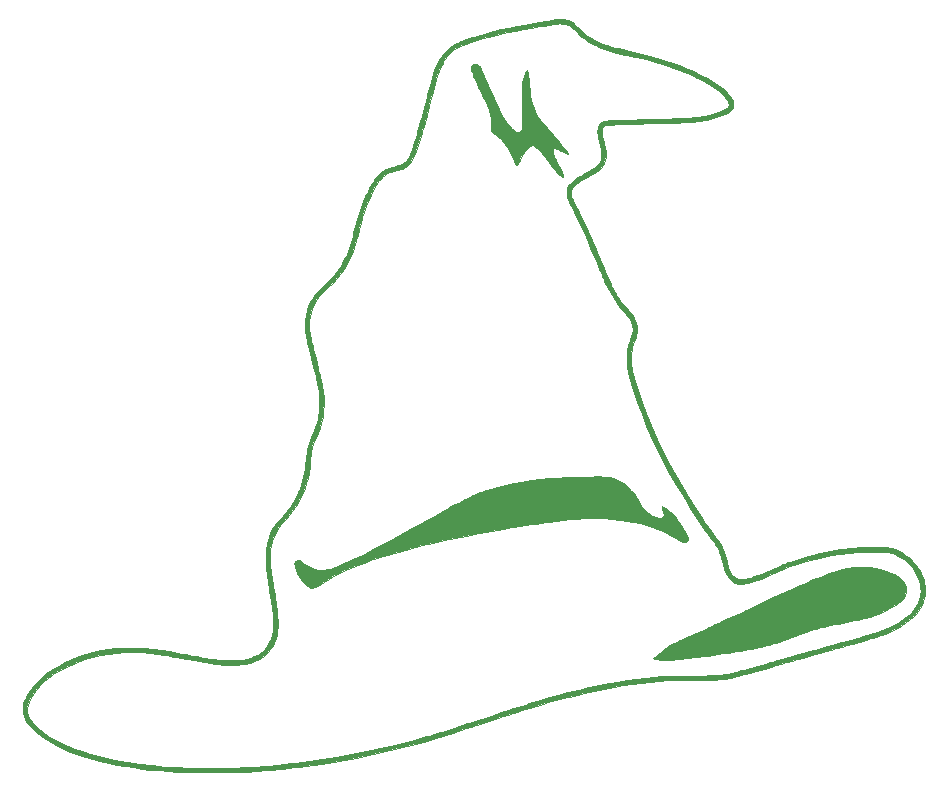
<source format=gbr>
G04 #@! TF.GenerationSoftware,KiCad,Pcbnew,(5.1.7)-1*
G04 #@! TF.CreationDate,2020-12-19T00:30:41-03:00*
G04 #@! TF.ProjectId,Sorting Hat,536f7274-696e-4672-9048-61742e6b6963,rev?*
G04 #@! TF.SameCoordinates,Original*
G04 #@! TF.FileFunction,Legend,Top*
G04 #@! TF.FilePolarity,Positive*
%FSLAX46Y46*%
G04 Gerber Fmt 4.6, Leading zero omitted, Abs format (unit mm)*
G04 Created by KiCad (PCBNEW (5.1.7)-1) date 2020-12-19 00:30:41*
%MOMM*%
%LPD*%
G01*
G04 APERTURE LIST*
%ADD10C,0.010000*%
G04 APERTURE END LIST*
D10*
G36*
X166969171Y-46275566D02*
G01*
X167073777Y-46279464D01*
X167160053Y-46287461D01*
X167239987Y-46300793D01*
X167325565Y-46320695D01*
X167354179Y-46328145D01*
X167535060Y-46386307D01*
X167713576Y-46462485D01*
X167876032Y-46550160D01*
X167999306Y-46635190D01*
X168045062Y-46674682D01*
X168114660Y-46738619D01*
X168202164Y-46821359D01*
X168301635Y-46917261D01*
X168407136Y-47020684D01*
X168453500Y-47066685D01*
X168691379Y-47294720D01*
X168918587Y-47492595D01*
X169144767Y-47667291D01*
X169379563Y-47825790D01*
X169632617Y-47975074D01*
X169906546Y-48118624D01*
X170083985Y-48204676D01*
X170258793Y-48284124D01*
X170435055Y-48358225D01*
X170616854Y-48428234D01*
X170808275Y-48495407D01*
X171013401Y-48561001D01*
X171236316Y-48626271D01*
X171481105Y-48692474D01*
X171751852Y-48760865D01*
X172052640Y-48832702D01*
X172387554Y-48909238D01*
X172708000Y-48980218D01*
X173402959Y-49137597D01*
X174059524Y-49297323D01*
X174681618Y-49460695D01*
X175273169Y-49629012D01*
X175838101Y-49803574D01*
X176380339Y-49985680D01*
X176903809Y-50176629D01*
X177412436Y-50377722D01*
X177910146Y-50590256D01*
X178400864Y-50815532D01*
X178719333Y-50970100D01*
X179087852Y-51157783D01*
X179419619Y-51337852D01*
X179718898Y-51513156D01*
X179989957Y-51686543D01*
X180237062Y-51860861D01*
X180464481Y-52038958D01*
X180676479Y-52223683D01*
X180856410Y-52396739D01*
X181060518Y-52615708D01*
X181227004Y-52823959D01*
X181355463Y-53020759D01*
X181445488Y-53205373D01*
X181496674Y-53377068D01*
X181508617Y-53535110D01*
X181505545Y-53571374D01*
X181469935Y-53714221D01*
X181400395Y-53857161D01*
X181303554Y-53988149D01*
X181242580Y-54049367D01*
X181125235Y-54138309D01*
X180970289Y-54229738D01*
X180782271Y-54322012D01*
X180565712Y-54413487D01*
X180325141Y-54502519D01*
X180065089Y-54587465D01*
X179790084Y-54666681D01*
X179504658Y-54738525D01*
X179213339Y-54801351D01*
X179121500Y-54818933D01*
X178961948Y-54847850D01*
X178808156Y-54874100D01*
X178657104Y-54897886D01*
X178505771Y-54919412D01*
X178351137Y-54938883D01*
X178190181Y-54956501D01*
X178019883Y-54972472D01*
X177837222Y-54987000D01*
X177639178Y-55000287D01*
X177422731Y-55012539D01*
X177184860Y-55023959D01*
X176922544Y-55034752D01*
X176632764Y-55045121D01*
X176312498Y-55055271D01*
X175958727Y-55065405D01*
X175568429Y-55075728D01*
X175173916Y-55085580D01*
X174639040Y-55098773D01*
X174145187Y-55111209D01*
X173691054Y-55122933D01*
X173275340Y-55133989D01*
X172896741Y-55144421D01*
X172553955Y-55154275D01*
X172245678Y-55163594D01*
X171970610Y-55172422D01*
X171727447Y-55180805D01*
X171514885Y-55188787D01*
X171331624Y-55196412D01*
X171176360Y-55203725D01*
X171047791Y-55210770D01*
X170944614Y-55217591D01*
X170865526Y-55224233D01*
X170809225Y-55230740D01*
X170781833Y-55235417D01*
X170631512Y-55280868D01*
X170516672Y-55346147D01*
X170457225Y-55402895D01*
X170413634Y-55466083D01*
X170382355Y-55539986D01*
X170363591Y-55628250D01*
X170357542Y-55734518D01*
X170364409Y-55862433D01*
X170384393Y-56015638D01*
X170417694Y-56197777D01*
X170464513Y-56412493D01*
X170525052Y-56663430D01*
X170527149Y-56671827D01*
X170586525Y-56915586D01*
X170633595Y-57124423D01*
X170669096Y-57303690D01*
X170693761Y-57458738D01*
X170708325Y-57594921D01*
X170713522Y-57717591D01*
X170710087Y-57832100D01*
X170700177Y-57932945D01*
X170648685Y-58193722D01*
X170563270Y-58430798D01*
X170442189Y-58647977D01*
X170283700Y-58849064D01*
X170277402Y-58855913D01*
X170196455Y-58938570D01*
X170106299Y-59020331D01*
X170003439Y-59103514D01*
X169884378Y-59190436D01*
X169745622Y-59283416D01*
X169583673Y-59384769D01*
X169395036Y-59496815D01*
X169176216Y-59621869D01*
X168923717Y-59762249D01*
X168845083Y-59805396D01*
X168612753Y-59936143D01*
X168416527Y-60054918D01*
X168252867Y-60164606D01*
X168118237Y-60268090D01*
X168009098Y-60368252D01*
X167921914Y-60467978D01*
X167853146Y-60570149D01*
X167813253Y-60646412D01*
X167778723Y-60725473D01*
X167758570Y-60791070D01*
X167749183Y-60860838D01*
X167746951Y-60952418D01*
X167747015Y-60970000D01*
X167749959Y-61051956D01*
X167759064Y-61131547D01*
X167776196Y-61213798D01*
X167803224Y-61303731D01*
X167842014Y-61406373D01*
X167894432Y-61526747D01*
X167962345Y-61669877D01*
X168047621Y-61840788D01*
X168131240Y-62004079D01*
X168275800Y-62286184D01*
X168415159Y-62562345D01*
X168550930Y-62836100D01*
X168684726Y-63110986D01*
X168818157Y-63390539D01*
X168952838Y-63678298D01*
X169090379Y-63977798D01*
X169232394Y-64292578D01*
X169380494Y-64626173D01*
X169536292Y-64982122D01*
X169701400Y-65363961D01*
X169877430Y-65775227D01*
X170065994Y-66219457D01*
X170231302Y-66611280D01*
X170386187Y-66978995D01*
X170526047Y-67310265D01*
X170652129Y-67607727D01*
X170765678Y-67874018D01*
X170867939Y-68111777D01*
X170960159Y-68323639D01*
X171043583Y-68512242D01*
X171119457Y-68680223D01*
X171189026Y-68830220D01*
X171253537Y-68964869D01*
X171314234Y-69086807D01*
X171372364Y-69198673D01*
X171429172Y-69303102D01*
X171485904Y-69402731D01*
X171543806Y-69500200D01*
X171604123Y-69598143D01*
X171668102Y-69699199D01*
X171736987Y-69806004D01*
X171749449Y-69825191D01*
X171953058Y-70125151D01*
X172162788Y-70406216D01*
X172388611Y-70681046D01*
X172640496Y-70962300D01*
X172668981Y-70992848D01*
X172806527Y-71145239D01*
X172917935Y-71281824D01*
X173010668Y-71412551D01*
X173092188Y-71547367D01*
X173111883Y-71583232D01*
X173214512Y-71799226D01*
X173285106Y-72011630D01*
X173326105Y-72231489D01*
X173339948Y-72469846D01*
X173337270Y-72603672D01*
X173329596Y-72735098D01*
X173317077Y-72850139D01*
X173297299Y-72958978D01*
X173267849Y-73071799D01*
X173226314Y-73198786D01*
X173170278Y-73350123D01*
X173144733Y-73416000D01*
X173034117Y-73721766D01*
X172950325Y-74008813D01*
X172891051Y-74289142D01*
X172853991Y-74574750D01*
X172836839Y-74877639D01*
X172835000Y-75028318D01*
X172838772Y-75240514D01*
X172850927Y-75443616D01*
X172872722Y-75645209D01*
X172905413Y-75852877D01*
X172950256Y-76074203D01*
X173008509Y-76316772D01*
X173081427Y-76588166D01*
X173110428Y-76690607D01*
X173409978Y-77679335D01*
X173742147Y-78665614D01*
X174107715Y-79651114D01*
X174507460Y-80637503D01*
X174942162Y-81626451D01*
X175412599Y-82619626D01*
X175919553Y-83618699D01*
X176463800Y-84625337D01*
X177046122Y-85641211D01*
X177667296Y-86667989D01*
X178057948Y-87288379D01*
X178403925Y-87822717D01*
X178764060Y-88365136D01*
X179131284Y-88905302D01*
X179498531Y-89432877D01*
X179858733Y-89937528D01*
X180035310Y-90179836D01*
X180198777Y-90407834D01*
X180338325Y-90615933D01*
X180457447Y-90811829D01*
X180559634Y-91003216D01*
X180648378Y-91197788D01*
X180727170Y-91403240D01*
X180799503Y-91627266D01*
X180868867Y-91877559D01*
X180938754Y-92161816D01*
X180943070Y-92180250D01*
X180993155Y-92387952D01*
X181038773Y-92561382D01*
X181082292Y-92708045D01*
X181126081Y-92835445D01*
X181172508Y-92951088D01*
X181216941Y-93048083D01*
X181328838Y-93243411D01*
X181460512Y-93409343D01*
X181607592Y-93540539D01*
X181636658Y-93560924D01*
X181759186Y-93633249D01*
X181879472Y-93680412D01*
X182011297Y-93706298D01*
X182168442Y-93714789D01*
X182182788Y-93714833D01*
X182338247Y-93704858D01*
X182523401Y-93674762D01*
X182739014Y-93624290D01*
X182985850Y-93553185D01*
X183264673Y-93461191D01*
X183576248Y-93348052D01*
X183921339Y-93213513D01*
X184300710Y-93057317D01*
X184715126Y-92879208D01*
X184836500Y-92825838D01*
X185064395Y-92725443D01*
X185260531Y-92639742D01*
X185431692Y-92565921D01*
X185584662Y-92501168D01*
X185726226Y-92442667D01*
X185863166Y-92387604D01*
X186002268Y-92333167D01*
X186150315Y-92276541D01*
X186265250Y-92233212D01*
X187096199Y-91943706D01*
X187946399Y-91691481D01*
X188814561Y-91476798D01*
X189699398Y-91299921D01*
X190599624Y-91161111D01*
X191513952Y-91060630D01*
X192287166Y-91006289D01*
X192435559Y-90999854D01*
X192609381Y-90994592D01*
X192802643Y-90990498D01*
X193009351Y-90987568D01*
X193223516Y-90985799D01*
X193439145Y-90985186D01*
X193650247Y-90985726D01*
X193850830Y-90987415D01*
X194034905Y-90990248D01*
X194196478Y-90994222D01*
X194329559Y-90999332D01*
X194428157Y-91005576D01*
X194450628Y-91007724D01*
X194815190Y-91067933D01*
X195171552Y-91168468D01*
X195517147Y-91307695D01*
X195849411Y-91483984D01*
X196165778Y-91695703D01*
X196463683Y-91941219D01*
X196740560Y-92218902D01*
X196993843Y-92527119D01*
X197119687Y-92705355D01*
X197192813Y-92823995D01*
X197273467Y-92970206D01*
X197355643Y-93131684D01*
X197433330Y-93296126D01*
X197500522Y-93451228D01*
X197551208Y-93584687D01*
X197555815Y-93598416D01*
X197611189Y-93776563D01*
X197652690Y-93937291D01*
X197682086Y-94092327D01*
X197701145Y-94253397D01*
X197711636Y-94432230D01*
X197715327Y-94640553D01*
X197715376Y-94656750D01*
X197714856Y-94820535D01*
X197712098Y-94950399D01*
X197706569Y-95054721D01*
X197697736Y-95141878D01*
X197685066Y-95220249D01*
X197677041Y-95259142D01*
X197595741Y-95562816D01*
X197488656Y-95844218D01*
X197352374Y-96109373D01*
X197183483Y-96364312D01*
X196978572Y-96615061D01*
X196807283Y-96795925D01*
X196494778Y-97088115D01*
X196164723Y-97355467D01*
X195812935Y-97600556D01*
X195435229Y-97825955D01*
X195027420Y-98034237D01*
X194585324Y-98227975D01*
X194295386Y-98340722D01*
X194220317Y-98368266D01*
X194141698Y-98396247D01*
X194057483Y-98425266D01*
X193965624Y-98455925D01*
X193864073Y-98488825D01*
X193750783Y-98524566D01*
X193623706Y-98563752D01*
X193480794Y-98606982D01*
X193319999Y-98654858D01*
X193139275Y-98707982D01*
X192936573Y-98766954D01*
X192709846Y-98832376D01*
X192457046Y-98904848D01*
X192176125Y-98984974D01*
X191865037Y-99073353D01*
X191521732Y-99170587D01*
X191144164Y-99277277D01*
X190730285Y-99394024D01*
X190278048Y-99521431D01*
X190191666Y-99545753D01*
X189780492Y-99661539D01*
X189340783Y-99785404D01*
X188878465Y-99915677D01*
X188399465Y-100050687D01*
X187909711Y-100188761D01*
X187415128Y-100328227D01*
X186921645Y-100467415D01*
X186435189Y-100604652D01*
X185961685Y-100738267D01*
X185507062Y-100866588D01*
X185077246Y-100987944D01*
X184678164Y-101100662D01*
X184423750Y-101172547D01*
X184088511Y-101267175D01*
X183761300Y-101359324D01*
X183444772Y-101448256D01*
X183141582Y-101533234D01*
X182854385Y-101613521D01*
X182585836Y-101688380D01*
X182338590Y-101757072D01*
X182115302Y-101818862D01*
X181918628Y-101873012D01*
X181751222Y-101918785D01*
X181615740Y-101955442D01*
X181514836Y-101982248D01*
X181451166Y-101998465D01*
X181439250Y-102001261D01*
X181273422Y-102035193D01*
X181076162Y-102070066D01*
X180858293Y-102104265D01*
X180630637Y-102136174D01*
X180404017Y-102164177D01*
X180211583Y-102184542D01*
X180131268Y-102190347D01*
X180017211Y-102195514D01*
X179868326Y-102200059D01*
X179683526Y-102203999D01*
X179461723Y-102207351D01*
X179201831Y-102210132D01*
X178902764Y-102212358D01*
X178563433Y-102214045D01*
X178221916Y-102215120D01*
X177848973Y-102216287D01*
X177514015Y-102217964D01*
X177212696Y-102220270D01*
X176940672Y-102223325D01*
X176693596Y-102227248D01*
X176467122Y-102232157D01*
X176256904Y-102238172D01*
X176058597Y-102245410D01*
X175867854Y-102253993D01*
X175680330Y-102264037D01*
X175491679Y-102275663D01*
X175297555Y-102288989D01*
X175163333Y-102298848D01*
X174440752Y-102361535D01*
X173703564Y-102442350D01*
X172949933Y-102541674D01*
X172178025Y-102659887D01*
X171386005Y-102797372D01*
X170572039Y-102954508D01*
X169734290Y-103131677D01*
X168870925Y-103329259D01*
X167980108Y-103547636D01*
X167060005Y-103787188D01*
X166108781Y-104048297D01*
X165124601Y-104331343D01*
X164548250Y-104502616D01*
X164232897Y-104598002D01*
X163906073Y-104698118D01*
X163565246Y-104803778D01*
X163207887Y-104915794D01*
X162831462Y-105034979D01*
X162433443Y-105162147D01*
X162011296Y-105298109D01*
X161562491Y-105443680D01*
X161084498Y-105599671D01*
X160574784Y-105766896D01*
X160030819Y-105946168D01*
X159450072Y-106138299D01*
X159288333Y-106191921D01*
X158859508Y-106333880D01*
X158466489Y-106463365D01*
X158105059Y-106581700D01*
X157771002Y-106690204D01*
X157460100Y-106790201D01*
X157168136Y-106883012D01*
X156890895Y-106969958D01*
X156624158Y-107052361D01*
X156363709Y-107131543D01*
X156105332Y-107208825D01*
X155844809Y-107285529D01*
X155577924Y-107362977D01*
X155300460Y-107442491D01*
X155277250Y-107449103D01*
X153880793Y-107830128D01*
X152460627Y-108185024D01*
X151024099Y-108512302D01*
X149578558Y-108810474D01*
X148131352Y-109078052D01*
X146689830Y-109313547D01*
X145261340Y-109515471D01*
X144768000Y-109577670D01*
X144277277Y-109636651D01*
X143820411Y-109689509D01*
X143389478Y-109736959D01*
X142976556Y-109779715D01*
X142573724Y-109818495D01*
X142173061Y-109854012D01*
X141766643Y-109886984D01*
X141346550Y-109918125D01*
X140904859Y-109948151D01*
X140433648Y-109977777D01*
X140153666Y-109994476D01*
X140086904Y-109997192D01*
X139981460Y-109999907D01*
X139840987Y-110002602D01*
X139669136Y-110005257D01*
X139469559Y-110007850D01*
X139245909Y-110010363D01*
X139001836Y-110012774D01*
X138740993Y-110015063D01*
X138467032Y-110017211D01*
X138183605Y-110019196D01*
X137894363Y-110020999D01*
X137602958Y-110022599D01*
X137313043Y-110023977D01*
X137028269Y-110025112D01*
X136752288Y-110025983D01*
X136488751Y-110026571D01*
X136241312Y-110026855D01*
X136013621Y-110026815D01*
X135809331Y-110026431D01*
X135632094Y-110025683D01*
X135485561Y-110024550D01*
X135373383Y-110023012D01*
X135306500Y-110021327D01*
X134470439Y-109985472D01*
X133670536Y-109938866D01*
X132901851Y-109880905D01*
X132159443Y-109810990D01*
X131438371Y-109728517D01*
X130733696Y-109632885D01*
X130040476Y-109523493D01*
X129353772Y-109399738D01*
X128668643Y-109261020D01*
X128183916Y-109153909D01*
X127535138Y-108998048D01*
X126925828Y-108835554D01*
X126353486Y-108665363D01*
X125815615Y-108486414D01*
X125309716Y-108297642D01*
X124833293Y-108097985D01*
X124383845Y-107886380D01*
X123958876Y-107661764D01*
X123555887Y-107423074D01*
X123172379Y-107169246D01*
X122805856Y-106899219D01*
X122712333Y-106825669D01*
X122551175Y-106692004D01*
X122386148Y-106545608D01*
X122222979Y-106392264D01*
X122067392Y-106237754D01*
X121925114Y-106087860D01*
X121801870Y-105948365D01*
X121703386Y-105825049D01*
X121659068Y-105762004D01*
X121520559Y-105523187D01*
X121420191Y-105285268D01*
X121357941Y-105045509D01*
X121333785Y-104801169D01*
X121334132Y-104794884D01*
X121699116Y-104794884D01*
X121722986Y-105007088D01*
X121783986Y-105214899D01*
X121882418Y-105421477D01*
X122018586Y-105629982D01*
X122192793Y-105843576D01*
X122363083Y-106023576D01*
X122739357Y-106373635D01*
X123149173Y-106703683D01*
X123593153Y-107014047D01*
X124071920Y-107305052D01*
X124586099Y-107577025D01*
X125136311Y-107830293D01*
X125723179Y-108065181D01*
X126347328Y-108282017D01*
X127009379Y-108481127D01*
X127104416Y-108507412D01*
X128086441Y-108757325D01*
X129097420Y-108977473D01*
X130136021Y-109167668D01*
X131200914Y-109327723D01*
X132290766Y-109457451D01*
X133404245Y-109556665D01*
X134540021Y-109625177D01*
X135244366Y-109651848D01*
X135412206Y-109655974D01*
X135615241Y-109659587D01*
X135848450Y-109662684D01*
X136106811Y-109665263D01*
X136385301Y-109667323D01*
X136678899Y-109668862D01*
X136982583Y-109669879D01*
X137291330Y-109670370D01*
X137600118Y-109670335D01*
X137903926Y-109669771D01*
X138197731Y-109668677D01*
X138476511Y-109667050D01*
X138735244Y-109664890D01*
X138968908Y-109662194D01*
X139172481Y-109658960D01*
X139340941Y-109655187D01*
X139402250Y-109653368D01*
X139972269Y-109631858D01*
X140534081Y-109604580D01*
X141094162Y-109571011D01*
X141658989Y-109530628D01*
X142235038Y-109482907D01*
X142828785Y-109427325D01*
X143446706Y-109363361D01*
X144095278Y-109290489D01*
X144521095Y-109239945D01*
X146208265Y-109015034D01*
X147886463Y-108749386D01*
X149557074Y-108442720D01*
X151221482Y-108094752D01*
X152881071Y-107705200D01*
X154537224Y-107273783D01*
X155520666Y-106997371D01*
X155752178Y-106930199D01*
X155974842Y-106864861D01*
X156192650Y-106800095D01*
X156409595Y-106734643D01*
X156629672Y-106667243D01*
X156856873Y-106596637D01*
X157095191Y-106521564D01*
X157348620Y-106440763D01*
X157621153Y-106352976D01*
X157916784Y-106256942D01*
X158239505Y-106151401D01*
X158593310Y-106035094D01*
X158982192Y-105906759D01*
X159087250Y-105872024D01*
X159673501Y-105678380D01*
X160222367Y-105497630D01*
X160736504Y-105328936D01*
X161218570Y-105171458D01*
X161671223Y-105024357D01*
X162097120Y-104886794D01*
X162498919Y-104757930D01*
X162879277Y-104636926D01*
X163240853Y-104522944D01*
X163586303Y-104415144D01*
X163918286Y-104312686D01*
X164239459Y-104214733D01*
X164552479Y-104120445D01*
X164860005Y-104028982D01*
X165164693Y-103939507D01*
X165469202Y-103851180D01*
X165680666Y-103790445D01*
X166631321Y-103524472D01*
X167548909Y-103280172D01*
X168436383Y-103056972D01*
X169296695Y-102854302D01*
X170132798Y-102671590D01*
X170947643Y-102508266D01*
X171744183Y-102363758D01*
X172525371Y-102237494D01*
X173294159Y-102128905D01*
X174053498Y-102037419D01*
X174806342Y-101962464D01*
X175364416Y-101917053D01*
X175521355Y-101905973D01*
X175674503Y-101896266D01*
X175827845Y-101887840D01*
X175985366Y-101880603D01*
X176151051Y-101874462D01*
X176328883Y-101869325D01*
X176522848Y-101865099D01*
X176736930Y-101861693D01*
X176975114Y-101859012D01*
X177241385Y-101856966D01*
X177539727Y-101855461D01*
X177874125Y-101854406D01*
X178084333Y-101853967D01*
X178467697Y-101852985D01*
X178809780Y-101851470D01*
X179111629Y-101849406D01*
X179374295Y-101846778D01*
X179598824Y-101843572D01*
X179786266Y-101839771D01*
X179937668Y-101835362D01*
X180054081Y-101830329D01*
X180136552Y-101824657D01*
X180137500Y-101824570D01*
X180333712Y-101804349D01*
X180543937Y-101778836D01*
X180757787Y-101749564D01*
X180964875Y-101718065D01*
X181154813Y-101685872D01*
X181317216Y-101654517D01*
X181373975Y-101642136D01*
X181420251Y-101630477D01*
X181504877Y-101607941D01*
X181625469Y-101575189D01*
X181779648Y-101532887D01*
X181965033Y-101481698D01*
X182179243Y-101422287D01*
X182419897Y-101355316D01*
X182684613Y-101281451D01*
X182971011Y-101201355D01*
X183276710Y-101115692D01*
X183599330Y-101025125D01*
X183936488Y-100930320D01*
X184285805Y-100831939D01*
X184644899Y-100730647D01*
X184824141Y-100680029D01*
X185230862Y-100565146D01*
X185656055Y-100445084D01*
X186094953Y-100321186D01*
X186542787Y-100194797D01*
X186994788Y-100067263D01*
X187446188Y-99939928D01*
X187892218Y-99814137D01*
X188328109Y-99691234D01*
X188749094Y-99572565D01*
X189150402Y-99459474D01*
X189527266Y-99353306D01*
X189874918Y-99255406D01*
X190188588Y-99167119D01*
X190308083Y-99133500D01*
X190725573Y-99016033D01*
X191104610Y-98909315D01*
X191447504Y-98812674D01*
X191756564Y-98725440D01*
X192034101Y-98646941D01*
X192282426Y-98576506D01*
X192503847Y-98513464D01*
X192700677Y-98457143D01*
X192875224Y-98406873D01*
X193029799Y-98361982D01*
X193166713Y-98321800D01*
X193288275Y-98285654D01*
X193396795Y-98252874D01*
X193494585Y-98222788D01*
X193583953Y-98194726D01*
X193667211Y-98168015D01*
X193746669Y-98141986D01*
X193824636Y-98115966D01*
X193903423Y-98089285D01*
X193910472Y-98086883D01*
X194352329Y-97925716D01*
X194757757Y-97755195D01*
X195132159Y-97572477D01*
X195480936Y-97374716D01*
X195809490Y-97159068D01*
X196123222Y-96922688D01*
X196127122Y-96919551D01*
X196400371Y-96685793D01*
X196634568Y-96454751D01*
X196832452Y-96222376D01*
X196996762Y-95984620D01*
X197130234Y-95737432D01*
X197235608Y-95476765D01*
X197315621Y-95198569D01*
X197328142Y-95143583D01*
X197342596Y-95046818D01*
X197352091Y-94918700D01*
X197356735Y-94769906D01*
X197356637Y-94611112D01*
X197351903Y-94452995D01*
X197342641Y-94306231D01*
X197328960Y-94181497D01*
X197317794Y-94117506D01*
X197219104Y-93753759D01*
X197083712Y-93405132D01*
X196914048Y-93074360D01*
X196712541Y-92764177D01*
X196481620Y-92477320D01*
X196223713Y-92216521D01*
X195941251Y-91984518D01*
X195636663Y-91784044D01*
X195312377Y-91617834D01*
X194987446Y-91493898D01*
X194889523Y-91463120D01*
X194800910Y-91437239D01*
X194716851Y-91415834D01*
X194632590Y-91398483D01*
X194543370Y-91384766D01*
X194444434Y-91374262D01*
X194331028Y-91366550D01*
X194198394Y-91361209D01*
X194041775Y-91357817D01*
X193856417Y-91355953D01*
X193637561Y-91355198D01*
X193419583Y-91355112D01*
X193164895Y-91355903D01*
X192920025Y-91358024D01*
X192690629Y-91361361D01*
X192482362Y-91365797D01*
X192300881Y-91371218D01*
X192151839Y-91377509D01*
X192064916Y-91382717D01*
X191284336Y-91450499D01*
X190533736Y-91540444D01*
X189806288Y-91653799D01*
X189095164Y-91791813D01*
X188393538Y-91955734D01*
X187694583Y-92146810D01*
X187399047Y-92235809D01*
X187123405Y-92322910D01*
X186859640Y-92410391D01*
X186601159Y-92500780D01*
X186341368Y-92596603D01*
X186073675Y-92700387D01*
X185791487Y-92814657D01*
X185488211Y-92941940D01*
X185157254Y-93084763D01*
X184975066Y-93164672D01*
X184561318Y-93344111D01*
X184181969Y-93502518D01*
X183835078Y-93640570D01*
X183518700Y-93758943D01*
X183230893Y-93858314D01*
X182969713Y-93939360D01*
X182733217Y-94002757D01*
X182519462Y-94049183D01*
X182361668Y-94074810D01*
X182133939Y-94085812D01*
X181906024Y-94059531D01*
X181686922Y-93997898D01*
X181485636Y-93902843D01*
X181445674Y-93878304D01*
X181344029Y-93801069D01*
X181233707Y-93697440D01*
X181125217Y-93578761D01*
X181029068Y-93456374D01*
X180967180Y-93361848D01*
X180914299Y-93267211D01*
X180866998Y-93172813D01*
X180823414Y-93073152D01*
X180781681Y-92962723D01*
X180739938Y-92836024D01*
X180696320Y-92687552D01*
X180648965Y-92511804D01*
X180596008Y-92303277D01*
X180562117Y-92165658D01*
X180501167Y-91926061D01*
X180443083Y-91720129D01*
X180385114Y-91539568D01*
X180324511Y-91376085D01*
X180258523Y-91221387D01*
X180225694Y-91151081D01*
X180187776Y-91074043D01*
X180149195Y-91001140D01*
X180106625Y-90927304D01*
X180056740Y-90847465D01*
X179996214Y-90756555D01*
X179921724Y-90649505D01*
X179829942Y-90521248D01*
X179717544Y-90366714D01*
X179655561Y-90282080D01*
X179315268Y-89811850D01*
X178976269Y-89330506D01*
X178633704Y-88830978D01*
X178282717Y-88306191D01*
X177964350Y-87819916D01*
X177301948Y-86774305D01*
X176679095Y-85740245D01*
X176095078Y-84716220D01*
X175549180Y-83700713D01*
X175040686Y-82692208D01*
X174568880Y-81689191D01*
X174133046Y-80690143D01*
X173732469Y-79693550D01*
X173366433Y-78697896D01*
X173034223Y-77701663D01*
X172762888Y-76800949D01*
X172682841Y-76512184D01*
X172617615Y-76255141D01*
X172565999Y-76022366D01*
X172526784Y-75806399D01*
X172498761Y-75599785D01*
X172480718Y-75395065D01*
X172471447Y-75184782D01*
X172469570Y-74992916D01*
X172482611Y-74630414D01*
X172520490Y-74291544D01*
X172585258Y-73964259D01*
X172678966Y-73636513D01*
X172721909Y-73511250D01*
X172787326Y-73328561D01*
X172840224Y-73180656D01*
X172881927Y-73062309D01*
X172913761Y-72968299D01*
X172937050Y-72893402D01*
X172953119Y-72832395D01*
X172963294Y-72780056D01*
X172968899Y-72731160D01*
X172971258Y-72680485D01*
X172971698Y-72622808D01*
X172971544Y-72552905D01*
X172971585Y-72527000D01*
X172970890Y-72400310D01*
X172966930Y-72304198D01*
X172958425Y-72226954D01*
X172944091Y-72156868D01*
X172923018Y-72083411D01*
X172870931Y-71935120D01*
X172809797Y-71798118D01*
X172735087Y-71665388D01*
X172642272Y-71529917D01*
X172526823Y-71384689D01*
X172384213Y-71222691D01*
X172327993Y-71161750D01*
X172018696Y-70811216D01*
X171731847Y-70446824D01*
X171464316Y-70063607D01*
X171212975Y-69656597D01*
X170974696Y-69220828D01*
X170746351Y-68751331D01*
X170595073Y-68410083D01*
X170552881Y-68311196D01*
X170496269Y-68178114D01*
X170427273Y-68015644D01*
X170347931Y-67828594D01*
X170260280Y-67621771D01*
X170166358Y-67399984D01*
X170068202Y-67168040D01*
X169967848Y-66930746D01*
X169867336Y-66692911D01*
X169852722Y-66658316D01*
X169624620Y-66120571D01*
X169410219Y-65619903D01*
X169208352Y-65153749D01*
X169017854Y-64719550D01*
X168837558Y-64314745D01*
X168666298Y-63936773D01*
X168502908Y-63583074D01*
X168346221Y-63251086D01*
X168195070Y-62938249D01*
X168048291Y-62642003D01*
X167904716Y-62359785D01*
X167825977Y-62208250D01*
X167751546Y-62064722D01*
X167680445Y-61925069D01*
X167616085Y-61796191D01*
X167561881Y-61684984D01*
X167521244Y-61598349D01*
X167499837Y-61548977D01*
X167420990Y-61304206D01*
X167382795Y-61069194D01*
X167385166Y-60844607D01*
X167428019Y-60631108D01*
X167511269Y-60429364D01*
X167634829Y-60240039D01*
X167673558Y-60192919D01*
X167742518Y-60116238D01*
X167814645Y-60044408D01*
X167894151Y-59974516D01*
X167985245Y-59903646D01*
X168092139Y-59828884D01*
X168219043Y-59747317D01*
X168370167Y-59656028D01*
X168549723Y-59552105D01*
X168761920Y-59432632D01*
X168813333Y-59404010D01*
X169078862Y-59254346D01*
X169308879Y-59119664D01*
X169506401Y-58997410D01*
X169674445Y-58885027D01*
X169816029Y-58779960D01*
X169934170Y-58679654D01*
X170031884Y-58581554D01*
X170112190Y-58483103D01*
X170178105Y-58381746D01*
X170232645Y-58274928D01*
X170277427Y-58163980D01*
X170301424Y-58082604D01*
X170317900Y-57987478D01*
X170328460Y-57867515D01*
X170332423Y-57784416D01*
X170334856Y-57685578D01*
X170333610Y-57593915D01*
X170327675Y-57502999D01*
X170316042Y-57406400D01*
X170297704Y-57297688D01*
X170271652Y-57170433D01*
X170236878Y-57018205D01*
X170192372Y-56834576D01*
X170168073Y-56736666D01*
X170118280Y-56533989D01*
X170078892Y-56365674D01*
X170048799Y-56225343D01*
X170026893Y-56106620D01*
X170012064Y-56003130D01*
X170003202Y-55908496D01*
X169999199Y-55816341D01*
X169998666Y-55762891D01*
X170013778Y-55552984D01*
X170059596Y-55371989D01*
X170136843Y-55218934D01*
X170246243Y-55092846D01*
X170388518Y-54992752D01*
X170564392Y-54917679D01*
X170644250Y-54894454D01*
X170713545Y-54878830D01*
X170792206Y-54866049D01*
X170886906Y-54855489D01*
X171004323Y-54846529D01*
X171151132Y-54838547D01*
X171321583Y-54831393D01*
X171497662Y-54824985D01*
X171710898Y-54817730D01*
X171956128Y-54809776D01*
X172228188Y-54801273D01*
X172521914Y-54792369D01*
X172832143Y-54783213D01*
X173153709Y-54773955D01*
X173481449Y-54764744D01*
X173810200Y-54755728D01*
X174134797Y-54747056D01*
X174450077Y-54738878D01*
X174750875Y-54731342D01*
X174983416Y-54725739D01*
X175405840Y-54715581D01*
X175788911Y-54705900D01*
X176135603Y-54696516D01*
X176448892Y-54687250D01*
X176731753Y-54677924D01*
X176987160Y-54668358D01*
X177218088Y-54658374D01*
X177427512Y-54647791D01*
X177618408Y-54636431D01*
X177793750Y-54624116D01*
X177956513Y-54610665D01*
X178109671Y-54595899D01*
X178256201Y-54579641D01*
X178399077Y-54561710D01*
X178541274Y-54541927D01*
X178685766Y-54520114D01*
X178835529Y-54496090D01*
X178856997Y-54492555D01*
X179136903Y-54441338D01*
X179417697Y-54380525D01*
X179693514Y-54311906D01*
X179958494Y-54237271D01*
X180206775Y-54158410D01*
X180432494Y-54077113D01*
X180629789Y-53995171D01*
X180792799Y-53914373D01*
X180840324Y-53886904D01*
X180935088Y-53820120D01*
X181019880Y-53743150D01*
X181086852Y-53664579D01*
X181128154Y-53592991D01*
X181136686Y-53562770D01*
X181133334Y-53450377D01*
X181094549Y-53321493D01*
X181022719Y-53178636D01*
X180920236Y-53024328D01*
X180789489Y-52861088D01*
X180632869Y-52691435D01*
X180452765Y-52517890D01*
X180251568Y-52342973D01*
X180031668Y-52169203D01*
X179795455Y-51999101D01*
X179545319Y-51835186D01*
X179433032Y-51766610D01*
X179280955Y-51678888D01*
X179098097Y-51578549D01*
X178892563Y-51469709D01*
X178672455Y-51356485D01*
X178445880Y-51242993D01*
X178220941Y-51133350D01*
X178005743Y-51031674D01*
X177819750Y-50947115D01*
X177366057Y-50752105D01*
X176905073Y-50567070D01*
X176432997Y-50390847D01*
X175946028Y-50222273D01*
X175440366Y-50060186D01*
X174912209Y-49903423D01*
X174357758Y-49750823D01*
X173773210Y-49601222D01*
X173154765Y-49453459D01*
X172498623Y-49306370D01*
X172350249Y-49274289D01*
X171975957Y-49191646D01*
X171638453Y-49112117D01*
X171332461Y-49034036D01*
X171052708Y-48955735D01*
X170793917Y-48875547D01*
X170550814Y-48791805D01*
X170318125Y-48702843D01*
X170090574Y-48606993D01*
X169862887Y-48502589D01*
X169776416Y-48460904D01*
X169439922Y-48285291D01*
X169130283Y-48098596D01*
X168838422Y-47894255D01*
X168555257Y-47665709D01*
X168271711Y-47406396D01*
X168146856Y-47283243D01*
X167980850Y-47120214D01*
X167834813Y-46987442D01*
X167702655Y-46881818D01*
X167578288Y-46800234D01*
X167455625Y-46739583D01*
X167328575Y-46696756D01*
X167191052Y-46668646D01*
X167036965Y-46652145D01*
X166896880Y-46645188D01*
X166796963Y-46642527D01*
X166712387Y-46642185D01*
X166634463Y-46645022D01*
X166554503Y-46651903D01*
X166463817Y-46663688D01*
X166353715Y-46681242D01*
X166215508Y-46705426D01*
X166124297Y-46721879D01*
X165954010Y-46752284D01*
X165757068Y-46786684D01*
X165548631Y-46822477D01*
X165343861Y-46857064D01*
X165157920Y-46887845D01*
X165130333Y-46892339D01*
X164386286Y-47017145D01*
X163681366Y-47143532D01*
X163012375Y-47272235D01*
X162376113Y-47403988D01*
X161769383Y-47539526D01*
X161188987Y-47679583D01*
X160631726Y-47824892D01*
X160094402Y-47976188D01*
X159573816Y-48134205D01*
X159214250Y-48250336D01*
X158864567Y-48372697D01*
X158553137Y-48496460D01*
X158275900Y-48624393D01*
X158028795Y-48759264D01*
X157807765Y-48903843D01*
X157608749Y-49060896D01*
X157427688Y-49233192D01*
X157260523Y-49423501D01*
X157103195Y-49634588D01*
X157034865Y-49736571D01*
X156963879Y-49851865D01*
X156893491Y-49979051D01*
X156823041Y-50120140D01*
X156751865Y-50277143D01*
X156679304Y-50452070D01*
X156604696Y-50646930D01*
X156527378Y-50863735D01*
X156446690Y-51104494D01*
X156361970Y-51371218D01*
X156272558Y-51665918D01*
X156177790Y-51990602D01*
X156077006Y-52347283D01*
X155969544Y-52737970D01*
X155854743Y-53164672D01*
X155731942Y-53629402D01*
X155647406Y-53953250D01*
X155543888Y-54350493D01*
X155450515Y-54706702D01*
X155367270Y-55021937D01*
X155294139Y-55296260D01*
X155231103Y-55529732D01*
X155178147Y-55722413D01*
X155136846Y-55868833D01*
X155058953Y-56133541D01*
X154975588Y-56405053D01*
X154888950Y-56676865D01*
X154801241Y-56942470D01*
X154714660Y-57195365D01*
X154631409Y-57429043D01*
X154553687Y-57636999D01*
X154483694Y-57812728D01*
X154461872Y-57864387D01*
X154337423Y-58115406D01*
X154191205Y-58343352D01*
X154027233Y-58543122D01*
X153849520Y-58709614D01*
X153727076Y-58798517D01*
X153592408Y-58877408D01*
X153455444Y-58939560D01*
X153304112Y-58989435D01*
X153126343Y-59031491D01*
X153063354Y-59043754D01*
X152752815Y-59116011D01*
X152472976Y-59212342D01*
X152217728Y-59335912D01*
X151980964Y-59489882D01*
X151756577Y-59677413D01*
X151662489Y-59769041D01*
X151515349Y-59930996D01*
X151374933Y-60112359D01*
X151238613Y-60317433D01*
X151103763Y-60550521D01*
X150967755Y-60815926D01*
X150827962Y-61117949D01*
X150799955Y-61181666D01*
X150595507Y-61664325D01*
X150411388Y-62129740D01*
X150244518Y-62587327D01*
X150091815Y-63046500D01*
X149950196Y-63516675D01*
X149816580Y-64007266D01*
X149687885Y-64527689D01*
X149646352Y-64705916D01*
X149490902Y-65299929D01*
X149304053Y-65866026D01*
X149085893Y-66404046D01*
X148836514Y-66913830D01*
X148556006Y-67395218D01*
X148244459Y-67848049D01*
X147901963Y-68272163D01*
X147528609Y-68667401D01*
X147287720Y-68892490D01*
X147040299Y-69117101D01*
X146828134Y-69318370D01*
X146651191Y-69496332D01*
X146509432Y-69651025D01*
X146441000Y-69733000D01*
X146200886Y-70064623D01*
X146000832Y-70408242D01*
X145839628Y-70766432D01*
X145716062Y-71141767D01*
X145652800Y-71408684D01*
X145636704Y-71493091D01*
X145624565Y-71571132D01*
X145615850Y-71650960D01*
X145610026Y-71740728D01*
X145606559Y-71848588D01*
X145604916Y-71982695D01*
X145604561Y-72146000D01*
X145605205Y-72317163D01*
X145607309Y-72454663D01*
X145611428Y-72567161D01*
X145618110Y-72663317D01*
X145627909Y-72751792D01*
X145641376Y-72841246D01*
X145653082Y-72908000D01*
X145682653Y-73066180D01*
X145714553Y-73228705D01*
X145749522Y-73398734D01*
X145788304Y-73579431D01*
X145831641Y-73773957D01*
X145880275Y-73985472D01*
X145934948Y-74217139D01*
X145996403Y-74472120D01*
X146065381Y-74753576D01*
X146142626Y-75064668D01*
X146228878Y-75408558D01*
X146324882Y-75788408D01*
X146383558Y-76019500D01*
X146435712Y-76226099D01*
X146486429Y-76429799D01*
X146534342Y-76624923D01*
X146578087Y-76805792D01*
X146616299Y-76966729D01*
X146647612Y-77102056D01*
X146670663Y-77206096D01*
X146681243Y-77257750D01*
X146769509Y-77816083D01*
X146818340Y-78364725D01*
X146827796Y-78902564D01*
X146797938Y-79428492D01*
X146728826Y-79941400D01*
X146620522Y-80440178D01*
X146482161Y-80897682D01*
X146437471Y-81024934D01*
X146396732Y-81135650D01*
X146355826Y-81239795D01*
X146310637Y-81347332D01*
X146257046Y-81468228D01*
X146190937Y-81612446D01*
X146153882Y-81692166D01*
X146028028Y-81979808D01*
X145924744Y-82257303D01*
X145841709Y-82534046D01*
X145776603Y-82819430D01*
X145727105Y-83122849D01*
X145690894Y-83453698D01*
X145678014Y-83618333D01*
X145629555Y-84144465D01*
X145559165Y-84639422D01*
X145465488Y-85109025D01*
X145347171Y-85559096D01*
X145202858Y-85995456D01*
X145031193Y-86423926D01*
X145017724Y-86454666D01*
X144833230Y-86843113D01*
X144628222Y-87215564D01*
X144398720Y-87577919D01*
X144140745Y-87936075D01*
X143850319Y-88295933D01*
X143540113Y-88645416D01*
X143249003Y-88984944D01*
X142997294Y-89332080D01*
X142784260Y-89689015D01*
X142609174Y-90057940D01*
X142471308Y-90441045D01*
X142369935Y-90840521D01*
X142304327Y-91258558D01*
X142273758Y-91697348D01*
X142277499Y-92159081D01*
X142292342Y-92403560D01*
X142305125Y-92555964D01*
X142320604Y-92715472D01*
X142339261Y-92885532D01*
X142361578Y-93069592D01*
X142388036Y-93271100D01*
X142419119Y-93493504D01*
X142455308Y-93740251D01*
X142497085Y-94014790D01*
X142544933Y-94320569D01*
X142599334Y-94661036D01*
X142660770Y-95039638D01*
X142662190Y-95048333D01*
X142716330Y-95383476D01*
X142763037Y-95681499D01*
X142802762Y-95946871D01*
X142835957Y-96184064D01*
X142863072Y-96397550D01*
X142884558Y-96591801D01*
X142900864Y-96771287D01*
X142912443Y-96940481D01*
X142919745Y-97103853D01*
X142923220Y-97265874D01*
X142923320Y-97431018D01*
X142920495Y-97603754D01*
X142920360Y-97609500D01*
X142915705Y-97778727D01*
X142910134Y-97914606D01*
X142902842Y-98026120D01*
X142893024Y-98122254D01*
X142879875Y-98211992D01*
X142862591Y-98304319D01*
X142854734Y-98342130D01*
X142763435Y-98695632D01*
X142645101Y-99018821D01*
X142497722Y-99315528D01*
X142319290Y-99589584D01*
X142107796Y-99844818D01*
X142017553Y-99938456D01*
X141765989Y-100165119D01*
X141496839Y-100359718D01*
X141206829Y-100523806D01*
X140892684Y-100658934D01*
X140551130Y-100766654D01*
X140178892Y-100848518D01*
X140053110Y-100869453D01*
X139796917Y-100903523D01*
X139531448Y-100927559D01*
X139254155Y-100941340D01*
X138962489Y-100944644D01*
X138653900Y-100937251D01*
X138325840Y-100918939D01*
X137975759Y-100889488D01*
X137601109Y-100848675D01*
X137199340Y-100796280D01*
X136767904Y-100732082D01*
X136304251Y-100655859D01*
X135805832Y-100567391D01*
X135270098Y-100466455D01*
X135158333Y-100444769D01*
X134772297Y-100369897D01*
X134423903Y-100303172D01*
X134109378Y-100243969D01*
X133824951Y-100191661D01*
X133566848Y-100145623D01*
X133331298Y-100105229D01*
X133114527Y-100069853D01*
X132912764Y-100038869D01*
X132722235Y-100011652D01*
X132539170Y-99987576D01*
X132359794Y-99966014D01*
X132180337Y-99946342D01*
X132110333Y-99939130D01*
X131369816Y-99880811D01*
X130641597Y-99856932D01*
X129927765Y-99867329D01*
X129230409Y-99911837D01*
X128551617Y-99990290D01*
X127893478Y-100102525D01*
X127258081Y-100248375D01*
X126892750Y-100350716D01*
X126529970Y-100467330D01*
X126152482Y-100603170D01*
X125769631Y-100754221D01*
X125390766Y-100916471D01*
X125025231Y-101085905D01*
X124682375Y-101258509D01*
X124371544Y-101430270D01*
X124351389Y-101442062D01*
X123899831Y-101727381D01*
X123486386Y-102030552D01*
X123110568Y-102352036D01*
X122771895Y-102692291D01*
X122469883Y-103051777D01*
X122204048Y-103430954D01*
X122126060Y-103557333D01*
X121968844Y-103838916D01*
X121847238Y-104100302D01*
X121761545Y-104344652D01*
X121712070Y-104575126D01*
X121699116Y-104794884D01*
X121334132Y-104794884D01*
X121347700Y-104549510D01*
X121399663Y-104287791D01*
X121489650Y-104013273D01*
X121617637Y-103723216D01*
X121641308Y-103675836D01*
X121862682Y-103280836D01*
X122116695Y-102905248D01*
X122404326Y-102548193D01*
X122726553Y-102208788D01*
X123084357Y-101886152D01*
X123478717Y-101579404D01*
X123910610Y-101287663D01*
X124381018Y-101010048D01*
X124890917Y-100745676D01*
X124903083Y-100739761D01*
X125500405Y-100467297D01*
X126097212Y-100230945D01*
X126698961Y-100029210D01*
X127311112Y-99860598D01*
X127939120Y-99723616D01*
X128588445Y-99616770D01*
X129264542Y-99538567D01*
X129305750Y-99534783D01*
X129455235Y-99523888D01*
X129638831Y-99514751D01*
X129848345Y-99507461D01*
X130075589Y-99502109D01*
X130312369Y-99498782D01*
X130550497Y-99497573D01*
X130781782Y-99498569D01*
X130998032Y-99501862D01*
X131191057Y-99507539D01*
X131306000Y-99512872D01*
X131514159Y-99524986D01*
X131710376Y-99537740D01*
X131898108Y-99551643D01*
X132080812Y-99567201D01*
X132261948Y-99584926D01*
X132444974Y-99605324D01*
X132633346Y-99628905D01*
X132830524Y-99656177D01*
X133039966Y-99687650D01*
X133265128Y-99723831D01*
X133509471Y-99765230D01*
X133776451Y-99812355D01*
X134069526Y-99865715D01*
X134392155Y-99925819D01*
X134747797Y-99993175D01*
X135139907Y-100068291D01*
X135327666Y-100104470D01*
X135689496Y-100173591D01*
X136016347Y-100234417D01*
X136314541Y-100287938D01*
X136590402Y-100335148D01*
X136850252Y-100377039D01*
X137100413Y-100414604D01*
X137347207Y-100448836D01*
X137596959Y-100480727D01*
X137855990Y-100511271D01*
X138068750Y-100534820D01*
X138197197Y-100545508D01*
X138356186Y-100553691D01*
X138538325Y-100559412D01*
X138736221Y-100562715D01*
X138942481Y-100563644D01*
X139149713Y-100562242D01*
X139350522Y-100558554D01*
X139537518Y-100552623D01*
X139703307Y-100544493D01*
X139840496Y-100534208D01*
X139929171Y-100523793D01*
X140302698Y-100452868D01*
X140644096Y-100357111D01*
X140956239Y-100235500D01*
X141242000Y-100087012D01*
X141354156Y-100016840D01*
X141619188Y-99817552D01*
X141852881Y-99590013D01*
X142054810Y-99334895D01*
X142224549Y-99052871D01*
X142361671Y-98744613D01*
X142465750Y-98410794D01*
X142514368Y-98186540D01*
X142532628Y-98056360D01*
X142546783Y-97893681D01*
X142556582Y-97708163D01*
X142561770Y-97509463D01*
X142562094Y-97307241D01*
X142557302Y-97111155D01*
X142547239Y-96932166D01*
X142535103Y-96783703D01*
X142521115Y-96635500D01*
X142504602Y-96482597D01*
X142484891Y-96320029D01*
X142461311Y-96142837D01*
X142433190Y-95946056D01*
X142399855Y-95724725D01*
X142360635Y-95473883D01*
X142314856Y-95188566D01*
X142292056Y-95048333D01*
X142231703Y-94676853D01*
X142178190Y-94343657D01*
X142131114Y-94045318D01*
X142090075Y-93778410D01*
X142054670Y-93539506D01*
X142024496Y-93325182D01*
X141999152Y-93132010D01*
X141978235Y-92956566D01*
X141961344Y-92795421D01*
X141948076Y-92645152D01*
X141938029Y-92502330D01*
X141930801Y-92363531D01*
X141925991Y-92225329D01*
X141923195Y-92084296D01*
X141922013Y-91937008D01*
X141921916Y-91894500D01*
X141922723Y-91669000D01*
X141926352Y-91477409D01*
X141933714Y-91311345D01*
X141945719Y-91162426D01*
X141963278Y-91022271D01*
X141987301Y-90882498D01*
X142018700Y-90734725D01*
X142058384Y-90570571D01*
X142071245Y-90519981D01*
X142180426Y-90155346D01*
X142318169Y-89805447D01*
X142486862Y-89466138D01*
X142688895Y-89133277D01*
X142926658Y-88802720D01*
X143202539Y-88470324D01*
X143341348Y-88317333D01*
X143699073Y-87907345D01*
X144017156Y-87487993D01*
X144297892Y-87055686D01*
X144543578Y-86606828D01*
X144756511Y-86137826D01*
X144795122Y-86041916D01*
X144918345Y-85708772D01*
X145022492Y-85380110D01*
X145109291Y-85047896D01*
X145180468Y-84704093D01*
X145237751Y-84340670D01*
X145282866Y-83949590D01*
X145308131Y-83655091D01*
X145337342Y-83322601D01*
X145373260Y-83024110D01*
X145417873Y-82751546D01*
X145473168Y-82496840D01*
X145541132Y-82251921D01*
X145623754Y-82008717D01*
X145723021Y-81759158D01*
X145839061Y-81499158D01*
X145991773Y-81154461D01*
X146118309Y-80828846D01*
X146222096Y-80511130D01*
X146306558Y-80190130D01*
X146375120Y-79854663D01*
X146412058Y-79628416D01*
X146424337Y-79536014D01*
X146433811Y-79438827D01*
X146440776Y-79330023D01*
X146445528Y-79202769D01*
X146448363Y-79050233D01*
X146449578Y-78865583D01*
X146449671Y-78760583D01*
X146449003Y-78586194D01*
X146446752Y-78426132D01*
X146442271Y-78276559D01*
X146434910Y-78133638D01*
X146424020Y-77993533D01*
X146408954Y-77852406D01*
X146389061Y-77706421D01*
X146363693Y-77551742D01*
X146332202Y-77384530D01*
X146293938Y-77200949D01*
X146248253Y-76997163D01*
X146194498Y-76769333D01*
X146132024Y-76513625D01*
X146060182Y-76226200D01*
X145978324Y-75903221D01*
X145943214Y-75765500D01*
X145831597Y-75325908D01*
X145731019Y-74924519D01*
X145641024Y-74558792D01*
X145561157Y-74226186D01*
X145490962Y-73924162D01*
X145429983Y-73650179D01*
X145377765Y-73401695D01*
X145333850Y-73176172D01*
X145297785Y-72971068D01*
X145269112Y-72783844D01*
X145247377Y-72611958D01*
X145232123Y-72452871D01*
X145222895Y-72304041D01*
X145219236Y-72162929D01*
X145220691Y-72026995D01*
X145226805Y-71893697D01*
X145233055Y-71807333D01*
X145286639Y-71387689D01*
X145377479Y-70986638D01*
X145506293Y-70602519D01*
X145673801Y-70233669D01*
X145880722Y-69878426D01*
X146127777Y-69535126D01*
X146311082Y-69316632D01*
X146388971Y-69233126D01*
X146490050Y-69131076D01*
X146605224Y-69019318D01*
X146725395Y-68906687D01*
X146835587Y-68807203D01*
X147190453Y-68479561D01*
X147508241Y-68154940D01*
X147793311Y-67827704D01*
X148050023Y-67492216D01*
X148282737Y-67142839D01*
X148495814Y-66773937D01*
X148662547Y-66445401D01*
X148773628Y-66205721D01*
X148873083Y-65973034D01*
X148963339Y-65740051D01*
X149046821Y-65499483D01*
X149125956Y-65244044D01*
X149203169Y-64966444D01*
X149280887Y-64659395D01*
X149339488Y-64411797D01*
X149555449Y-63566704D01*
X149810380Y-62733026D01*
X150105303Y-61907734D01*
X150441244Y-61087798D01*
X150534490Y-60877218D01*
X150665649Y-60596655D01*
X150791894Y-60351100D01*
X150917255Y-60134188D01*
X151045762Y-59939549D01*
X151181443Y-59760814D01*
X151328329Y-59591616D01*
X151387751Y-59528673D01*
X151616875Y-59311470D01*
X151853527Y-59129353D01*
X152103959Y-58978986D01*
X152374426Y-58857032D01*
X152671180Y-58760154D01*
X152950570Y-58694670D01*
X153121410Y-58657538D01*
X153258960Y-58619720D01*
X153372182Y-58577870D01*
X153470034Y-58528642D01*
X153561478Y-58468689D01*
X153567507Y-58464272D01*
X153674647Y-58378495D01*
X153771671Y-58284895D01*
X153861111Y-58179150D01*
X153945503Y-58056936D01*
X154027381Y-57913929D01*
X154109280Y-57745806D01*
X154193735Y-57548244D01*
X154283279Y-57316920D01*
X154353666Y-57123270D01*
X154420506Y-56932059D01*
X154486850Y-56735000D01*
X154553639Y-56528827D01*
X154621814Y-56310271D01*
X154692316Y-56076062D01*
X154766085Y-55822935D01*
X154844064Y-55547618D01*
X154927192Y-55246846D01*
X155016411Y-54917348D01*
X155112661Y-54555857D01*
X155216885Y-54159105D01*
X155308978Y-53805083D01*
X155446162Y-53280557D01*
X155575405Y-52796416D01*
X155697046Y-52351531D01*
X155811427Y-51944770D01*
X155918888Y-51575004D01*
X156019769Y-51241103D01*
X156114412Y-50941936D01*
X156203156Y-50676375D01*
X156286343Y-50443287D01*
X156364312Y-50241544D01*
X156429143Y-50088451D01*
X156612044Y-49726638D01*
X156825567Y-49394036D01*
X157069449Y-49090907D01*
X157343428Y-48817509D01*
X157647240Y-48574103D01*
X157980621Y-48360950D01*
X158343309Y-48178309D01*
X158375474Y-48164203D01*
X158453354Y-48132516D01*
X158562823Y-48090894D01*
X158695205Y-48042484D01*
X158841829Y-47990431D01*
X158994020Y-47937880D01*
X159073974Y-47910901D01*
X159583975Y-47746736D01*
X160114066Y-47588841D01*
X160666817Y-47436626D01*
X161244796Y-47289502D01*
X161850573Y-47146879D01*
X162486716Y-47008167D01*
X163155794Y-46872777D01*
X163860376Y-46740118D01*
X164603031Y-46609600D01*
X165109166Y-46525344D01*
X165289976Y-46495427D01*
X165483226Y-46462698D01*
X165677191Y-46429194D01*
X165860145Y-46396954D01*
X166020365Y-46368015D01*
X166104000Y-46352461D01*
X166258721Y-46323979D01*
X166383294Y-46303293D01*
X166488938Y-46289207D01*
X166586870Y-46280522D01*
X166688310Y-46276042D01*
X166804477Y-46274569D01*
X166834250Y-46274530D01*
X166969171Y-46275566D01*
G37*
X166969171Y-46275566D02*
X167073777Y-46279464D01*
X167160053Y-46287461D01*
X167239987Y-46300793D01*
X167325565Y-46320695D01*
X167354179Y-46328145D01*
X167535060Y-46386307D01*
X167713576Y-46462485D01*
X167876032Y-46550160D01*
X167999306Y-46635190D01*
X168045062Y-46674682D01*
X168114660Y-46738619D01*
X168202164Y-46821359D01*
X168301635Y-46917261D01*
X168407136Y-47020684D01*
X168453500Y-47066685D01*
X168691379Y-47294720D01*
X168918587Y-47492595D01*
X169144767Y-47667291D01*
X169379563Y-47825790D01*
X169632617Y-47975074D01*
X169906546Y-48118624D01*
X170083985Y-48204676D01*
X170258793Y-48284124D01*
X170435055Y-48358225D01*
X170616854Y-48428234D01*
X170808275Y-48495407D01*
X171013401Y-48561001D01*
X171236316Y-48626271D01*
X171481105Y-48692474D01*
X171751852Y-48760865D01*
X172052640Y-48832702D01*
X172387554Y-48909238D01*
X172708000Y-48980218D01*
X173402959Y-49137597D01*
X174059524Y-49297323D01*
X174681618Y-49460695D01*
X175273169Y-49629012D01*
X175838101Y-49803574D01*
X176380339Y-49985680D01*
X176903809Y-50176629D01*
X177412436Y-50377722D01*
X177910146Y-50590256D01*
X178400864Y-50815532D01*
X178719333Y-50970100D01*
X179087852Y-51157783D01*
X179419619Y-51337852D01*
X179718898Y-51513156D01*
X179989957Y-51686543D01*
X180237062Y-51860861D01*
X180464481Y-52038958D01*
X180676479Y-52223683D01*
X180856410Y-52396739D01*
X181060518Y-52615708D01*
X181227004Y-52823959D01*
X181355463Y-53020759D01*
X181445488Y-53205373D01*
X181496674Y-53377068D01*
X181508617Y-53535110D01*
X181505545Y-53571374D01*
X181469935Y-53714221D01*
X181400395Y-53857161D01*
X181303554Y-53988149D01*
X181242580Y-54049367D01*
X181125235Y-54138309D01*
X180970289Y-54229738D01*
X180782271Y-54322012D01*
X180565712Y-54413487D01*
X180325141Y-54502519D01*
X180065089Y-54587465D01*
X179790084Y-54666681D01*
X179504658Y-54738525D01*
X179213339Y-54801351D01*
X179121500Y-54818933D01*
X178961948Y-54847850D01*
X178808156Y-54874100D01*
X178657104Y-54897886D01*
X178505771Y-54919412D01*
X178351137Y-54938883D01*
X178190181Y-54956501D01*
X178019883Y-54972472D01*
X177837222Y-54987000D01*
X177639178Y-55000287D01*
X177422731Y-55012539D01*
X177184860Y-55023959D01*
X176922544Y-55034752D01*
X176632764Y-55045121D01*
X176312498Y-55055271D01*
X175958727Y-55065405D01*
X175568429Y-55075728D01*
X175173916Y-55085580D01*
X174639040Y-55098773D01*
X174145187Y-55111209D01*
X173691054Y-55122933D01*
X173275340Y-55133989D01*
X172896741Y-55144421D01*
X172553955Y-55154275D01*
X172245678Y-55163594D01*
X171970610Y-55172422D01*
X171727447Y-55180805D01*
X171514885Y-55188787D01*
X171331624Y-55196412D01*
X171176360Y-55203725D01*
X171047791Y-55210770D01*
X170944614Y-55217591D01*
X170865526Y-55224233D01*
X170809225Y-55230740D01*
X170781833Y-55235417D01*
X170631512Y-55280868D01*
X170516672Y-55346147D01*
X170457225Y-55402895D01*
X170413634Y-55466083D01*
X170382355Y-55539986D01*
X170363591Y-55628250D01*
X170357542Y-55734518D01*
X170364409Y-55862433D01*
X170384393Y-56015638D01*
X170417694Y-56197777D01*
X170464513Y-56412493D01*
X170525052Y-56663430D01*
X170527149Y-56671827D01*
X170586525Y-56915586D01*
X170633595Y-57124423D01*
X170669096Y-57303690D01*
X170693761Y-57458738D01*
X170708325Y-57594921D01*
X170713522Y-57717591D01*
X170710087Y-57832100D01*
X170700177Y-57932945D01*
X170648685Y-58193722D01*
X170563270Y-58430798D01*
X170442189Y-58647977D01*
X170283700Y-58849064D01*
X170277402Y-58855913D01*
X170196455Y-58938570D01*
X170106299Y-59020331D01*
X170003439Y-59103514D01*
X169884378Y-59190436D01*
X169745622Y-59283416D01*
X169583673Y-59384769D01*
X169395036Y-59496815D01*
X169176216Y-59621869D01*
X168923717Y-59762249D01*
X168845083Y-59805396D01*
X168612753Y-59936143D01*
X168416527Y-60054918D01*
X168252867Y-60164606D01*
X168118237Y-60268090D01*
X168009098Y-60368252D01*
X167921914Y-60467978D01*
X167853146Y-60570149D01*
X167813253Y-60646412D01*
X167778723Y-60725473D01*
X167758570Y-60791070D01*
X167749183Y-60860838D01*
X167746951Y-60952418D01*
X167747015Y-60970000D01*
X167749959Y-61051956D01*
X167759064Y-61131547D01*
X167776196Y-61213798D01*
X167803224Y-61303731D01*
X167842014Y-61406373D01*
X167894432Y-61526747D01*
X167962345Y-61669877D01*
X168047621Y-61840788D01*
X168131240Y-62004079D01*
X168275800Y-62286184D01*
X168415159Y-62562345D01*
X168550930Y-62836100D01*
X168684726Y-63110986D01*
X168818157Y-63390539D01*
X168952838Y-63678298D01*
X169090379Y-63977798D01*
X169232394Y-64292578D01*
X169380494Y-64626173D01*
X169536292Y-64982122D01*
X169701400Y-65363961D01*
X169877430Y-65775227D01*
X170065994Y-66219457D01*
X170231302Y-66611280D01*
X170386187Y-66978995D01*
X170526047Y-67310265D01*
X170652129Y-67607727D01*
X170765678Y-67874018D01*
X170867939Y-68111777D01*
X170960159Y-68323639D01*
X171043583Y-68512242D01*
X171119457Y-68680223D01*
X171189026Y-68830220D01*
X171253537Y-68964869D01*
X171314234Y-69086807D01*
X171372364Y-69198673D01*
X171429172Y-69303102D01*
X171485904Y-69402731D01*
X171543806Y-69500200D01*
X171604123Y-69598143D01*
X171668102Y-69699199D01*
X171736987Y-69806004D01*
X171749449Y-69825191D01*
X171953058Y-70125151D01*
X172162788Y-70406216D01*
X172388611Y-70681046D01*
X172640496Y-70962300D01*
X172668981Y-70992848D01*
X172806527Y-71145239D01*
X172917935Y-71281824D01*
X173010668Y-71412551D01*
X173092188Y-71547367D01*
X173111883Y-71583232D01*
X173214512Y-71799226D01*
X173285106Y-72011630D01*
X173326105Y-72231489D01*
X173339948Y-72469846D01*
X173337270Y-72603672D01*
X173329596Y-72735098D01*
X173317077Y-72850139D01*
X173297299Y-72958978D01*
X173267849Y-73071799D01*
X173226314Y-73198786D01*
X173170278Y-73350123D01*
X173144733Y-73416000D01*
X173034117Y-73721766D01*
X172950325Y-74008813D01*
X172891051Y-74289142D01*
X172853991Y-74574750D01*
X172836839Y-74877639D01*
X172835000Y-75028318D01*
X172838772Y-75240514D01*
X172850927Y-75443616D01*
X172872722Y-75645209D01*
X172905413Y-75852877D01*
X172950256Y-76074203D01*
X173008509Y-76316772D01*
X173081427Y-76588166D01*
X173110428Y-76690607D01*
X173409978Y-77679335D01*
X173742147Y-78665614D01*
X174107715Y-79651114D01*
X174507460Y-80637503D01*
X174942162Y-81626451D01*
X175412599Y-82619626D01*
X175919553Y-83618699D01*
X176463800Y-84625337D01*
X177046122Y-85641211D01*
X177667296Y-86667989D01*
X178057948Y-87288379D01*
X178403925Y-87822717D01*
X178764060Y-88365136D01*
X179131284Y-88905302D01*
X179498531Y-89432877D01*
X179858733Y-89937528D01*
X180035310Y-90179836D01*
X180198777Y-90407834D01*
X180338325Y-90615933D01*
X180457447Y-90811829D01*
X180559634Y-91003216D01*
X180648378Y-91197788D01*
X180727170Y-91403240D01*
X180799503Y-91627266D01*
X180868867Y-91877559D01*
X180938754Y-92161816D01*
X180943070Y-92180250D01*
X180993155Y-92387952D01*
X181038773Y-92561382D01*
X181082292Y-92708045D01*
X181126081Y-92835445D01*
X181172508Y-92951088D01*
X181216941Y-93048083D01*
X181328838Y-93243411D01*
X181460512Y-93409343D01*
X181607592Y-93540539D01*
X181636658Y-93560924D01*
X181759186Y-93633249D01*
X181879472Y-93680412D01*
X182011297Y-93706298D01*
X182168442Y-93714789D01*
X182182788Y-93714833D01*
X182338247Y-93704858D01*
X182523401Y-93674762D01*
X182739014Y-93624290D01*
X182985850Y-93553185D01*
X183264673Y-93461191D01*
X183576248Y-93348052D01*
X183921339Y-93213513D01*
X184300710Y-93057317D01*
X184715126Y-92879208D01*
X184836500Y-92825838D01*
X185064395Y-92725443D01*
X185260531Y-92639742D01*
X185431692Y-92565921D01*
X185584662Y-92501168D01*
X185726226Y-92442667D01*
X185863166Y-92387604D01*
X186002268Y-92333167D01*
X186150315Y-92276541D01*
X186265250Y-92233212D01*
X187096199Y-91943706D01*
X187946399Y-91691481D01*
X188814561Y-91476798D01*
X189699398Y-91299921D01*
X190599624Y-91161111D01*
X191513952Y-91060630D01*
X192287166Y-91006289D01*
X192435559Y-90999854D01*
X192609381Y-90994592D01*
X192802643Y-90990498D01*
X193009351Y-90987568D01*
X193223516Y-90985799D01*
X193439145Y-90985186D01*
X193650247Y-90985726D01*
X193850830Y-90987415D01*
X194034905Y-90990248D01*
X194196478Y-90994222D01*
X194329559Y-90999332D01*
X194428157Y-91005576D01*
X194450628Y-91007724D01*
X194815190Y-91067933D01*
X195171552Y-91168468D01*
X195517147Y-91307695D01*
X195849411Y-91483984D01*
X196165778Y-91695703D01*
X196463683Y-91941219D01*
X196740560Y-92218902D01*
X196993843Y-92527119D01*
X197119687Y-92705355D01*
X197192813Y-92823995D01*
X197273467Y-92970206D01*
X197355643Y-93131684D01*
X197433330Y-93296126D01*
X197500522Y-93451228D01*
X197551208Y-93584687D01*
X197555815Y-93598416D01*
X197611189Y-93776563D01*
X197652690Y-93937291D01*
X197682086Y-94092327D01*
X197701145Y-94253397D01*
X197711636Y-94432230D01*
X197715327Y-94640553D01*
X197715376Y-94656750D01*
X197714856Y-94820535D01*
X197712098Y-94950399D01*
X197706569Y-95054721D01*
X197697736Y-95141878D01*
X197685066Y-95220249D01*
X197677041Y-95259142D01*
X197595741Y-95562816D01*
X197488656Y-95844218D01*
X197352374Y-96109373D01*
X197183483Y-96364312D01*
X196978572Y-96615061D01*
X196807283Y-96795925D01*
X196494778Y-97088115D01*
X196164723Y-97355467D01*
X195812935Y-97600556D01*
X195435229Y-97825955D01*
X195027420Y-98034237D01*
X194585324Y-98227975D01*
X194295386Y-98340722D01*
X194220317Y-98368266D01*
X194141698Y-98396247D01*
X194057483Y-98425266D01*
X193965624Y-98455925D01*
X193864073Y-98488825D01*
X193750783Y-98524566D01*
X193623706Y-98563752D01*
X193480794Y-98606982D01*
X193319999Y-98654858D01*
X193139275Y-98707982D01*
X192936573Y-98766954D01*
X192709846Y-98832376D01*
X192457046Y-98904848D01*
X192176125Y-98984974D01*
X191865037Y-99073353D01*
X191521732Y-99170587D01*
X191144164Y-99277277D01*
X190730285Y-99394024D01*
X190278048Y-99521431D01*
X190191666Y-99545753D01*
X189780492Y-99661539D01*
X189340783Y-99785404D01*
X188878465Y-99915677D01*
X188399465Y-100050687D01*
X187909711Y-100188761D01*
X187415128Y-100328227D01*
X186921645Y-100467415D01*
X186435189Y-100604652D01*
X185961685Y-100738267D01*
X185507062Y-100866588D01*
X185077246Y-100987944D01*
X184678164Y-101100662D01*
X184423750Y-101172547D01*
X184088511Y-101267175D01*
X183761300Y-101359324D01*
X183444772Y-101448256D01*
X183141582Y-101533234D01*
X182854385Y-101613521D01*
X182585836Y-101688380D01*
X182338590Y-101757072D01*
X182115302Y-101818862D01*
X181918628Y-101873012D01*
X181751222Y-101918785D01*
X181615740Y-101955442D01*
X181514836Y-101982248D01*
X181451166Y-101998465D01*
X181439250Y-102001261D01*
X181273422Y-102035193D01*
X181076162Y-102070066D01*
X180858293Y-102104265D01*
X180630637Y-102136174D01*
X180404017Y-102164177D01*
X180211583Y-102184542D01*
X180131268Y-102190347D01*
X180017211Y-102195514D01*
X179868326Y-102200059D01*
X179683526Y-102203999D01*
X179461723Y-102207351D01*
X179201831Y-102210132D01*
X178902764Y-102212358D01*
X178563433Y-102214045D01*
X178221916Y-102215120D01*
X177848973Y-102216287D01*
X177514015Y-102217964D01*
X177212696Y-102220270D01*
X176940672Y-102223325D01*
X176693596Y-102227248D01*
X176467122Y-102232157D01*
X176256904Y-102238172D01*
X176058597Y-102245410D01*
X175867854Y-102253993D01*
X175680330Y-102264037D01*
X175491679Y-102275663D01*
X175297555Y-102288989D01*
X175163333Y-102298848D01*
X174440752Y-102361535D01*
X173703564Y-102442350D01*
X172949933Y-102541674D01*
X172178025Y-102659887D01*
X171386005Y-102797372D01*
X170572039Y-102954508D01*
X169734290Y-103131677D01*
X168870925Y-103329259D01*
X167980108Y-103547636D01*
X167060005Y-103787188D01*
X166108781Y-104048297D01*
X165124601Y-104331343D01*
X164548250Y-104502616D01*
X164232897Y-104598002D01*
X163906073Y-104698118D01*
X163565246Y-104803778D01*
X163207887Y-104915794D01*
X162831462Y-105034979D01*
X162433443Y-105162147D01*
X162011296Y-105298109D01*
X161562491Y-105443680D01*
X161084498Y-105599671D01*
X160574784Y-105766896D01*
X160030819Y-105946168D01*
X159450072Y-106138299D01*
X159288333Y-106191921D01*
X158859508Y-106333880D01*
X158466489Y-106463365D01*
X158105059Y-106581700D01*
X157771002Y-106690204D01*
X157460100Y-106790201D01*
X157168136Y-106883012D01*
X156890895Y-106969958D01*
X156624158Y-107052361D01*
X156363709Y-107131543D01*
X156105332Y-107208825D01*
X155844809Y-107285529D01*
X155577924Y-107362977D01*
X155300460Y-107442491D01*
X155277250Y-107449103D01*
X153880793Y-107830128D01*
X152460627Y-108185024D01*
X151024099Y-108512302D01*
X149578558Y-108810474D01*
X148131352Y-109078052D01*
X146689830Y-109313547D01*
X145261340Y-109515471D01*
X144768000Y-109577670D01*
X144277277Y-109636651D01*
X143820411Y-109689509D01*
X143389478Y-109736959D01*
X142976556Y-109779715D01*
X142573724Y-109818495D01*
X142173061Y-109854012D01*
X141766643Y-109886984D01*
X141346550Y-109918125D01*
X140904859Y-109948151D01*
X140433648Y-109977777D01*
X140153666Y-109994476D01*
X140086904Y-109997192D01*
X139981460Y-109999907D01*
X139840987Y-110002602D01*
X139669136Y-110005257D01*
X139469559Y-110007850D01*
X139245909Y-110010363D01*
X139001836Y-110012774D01*
X138740993Y-110015063D01*
X138467032Y-110017211D01*
X138183605Y-110019196D01*
X137894363Y-110020999D01*
X137602958Y-110022599D01*
X137313043Y-110023977D01*
X137028269Y-110025112D01*
X136752288Y-110025983D01*
X136488751Y-110026571D01*
X136241312Y-110026855D01*
X136013621Y-110026815D01*
X135809331Y-110026431D01*
X135632094Y-110025683D01*
X135485561Y-110024550D01*
X135373383Y-110023012D01*
X135306500Y-110021327D01*
X134470439Y-109985472D01*
X133670536Y-109938866D01*
X132901851Y-109880905D01*
X132159443Y-109810990D01*
X131438371Y-109728517D01*
X130733696Y-109632885D01*
X130040476Y-109523493D01*
X129353772Y-109399738D01*
X128668643Y-109261020D01*
X128183916Y-109153909D01*
X127535138Y-108998048D01*
X126925828Y-108835554D01*
X126353486Y-108665363D01*
X125815615Y-108486414D01*
X125309716Y-108297642D01*
X124833293Y-108097985D01*
X124383845Y-107886380D01*
X123958876Y-107661764D01*
X123555887Y-107423074D01*
X123172379Y-107169246D01*
X122805856Y-106899219D01*
X122712333Y-106825669D01*
X122551175Y-106692004D01*
X122386148Y-106545608D01*
X122222979Y-106392264D01*
X122067392Y-106237754D01*
X121925114Y-106087860D01*
X121801870Y-105948365D01*
X121703386Y-105825049D01*
X121659068Y-105762004D01*
X121520559Y-105523187D01*
X121420191Y-105285268D01*
X121357941Y-105045509D01*
X121333785Y-104801169D01*
X121334132Y-104794884D01*
X121699116Y-104794884D01*
X121722986Y-105007088D01*
X121783986Y-105214899D01*
X121882418Y-105421477D01*
X122018586Y-105629982D01*
X122192793Y-105843576D01*
X122363083Y-106023576D01*
X122739357Y-106373635D01*
X123149173Y-106703683D01*
X123593153Y-107014047D01*
X124071920Y-107305052D01*
X124586099Y-107577025D01*
X125136311Y-107830293D01*
X125723179Y-108065181D01*
X126347328Y-108282017D01*
X127009379Y-108481127D01*
X127104416Y-108507412D01*
X128086441Y-108757325D01*
X129097420Y-108977473D01*
X130136021Y-109167668D01*
X131200914Y-109327723D01*
X132290766Y-109457451D01*
X133404245Y-109556665D01*
X134540021Y-109625177D01*
X135244366Y-109651848D01*
X135412206Y-109655974D01*
X135615241Y-109659587D01*
X135848450Y-109662684D01*
X136106811Y-109665263D01*
X136385301Y-109667323D01*
X136678899Y-109668862D01*
X136982583Y-109669879D01*
X137291330Y-109670370D01*
X137600118Y-109670335D01*
X137903926Y-109669771D01*
X138197731Y-109668677D01*
X138476511Y-109667050D01*
X138735244Y-109664890D01*
X138968908Y-109662194D01*
X139172481Y-109658960D01*
X139340941Y-109655187D01*
X139402250Y-109653368D01*
X139972269Y-109631858D01*
X140534081Y-109604580D01*
X141094162Y-109571011D01*
X141658989Y-109530628D01*
X142235038Y-109482907D01*
X142828785Y-109427325D01*
X143446706Y-109363361D01*
X144095278Y-109290489D01*
X144521095Y-109239945D01*
X146208265Y-109015034D01*
X147886463Y-108749386D01*
X149557074Y-108442720D01*
X151221482Y-108094752D01*
X152881071Y-107705200D01*
X154537224Y-107273783D01*
X155520666Y-106997371D01*
X155752178Y-106930199D01*
X155974842Y-106864861D01*
X156192650Y-106800095D01*
X156409595Y-106734643D01*
X156629672Y-106667243D01*
X156856873Y-106596637D01*
X157095191Y-106521564D01*
X157348620Y-106440763D01*
X157621153Y-106352976D01*
X157916784Y-106256942D01*
X158239505Y-106151401D01*
X158593310Y-106035094D01*
X158982192Y-105906759D01*
X159087250Y-105872024D01*
X159673501Y-105678380D01*
X160222367Y-105497630D01*
X160736504Y-105328936D01*
X161218570Y-105171458D01*
X161671223Y-105024357D01*
X162097120Y-104886794D01*
X162498919Y-104757930D01*
X162879277Y-104636926D01*
X163240853Y-104522944D01*
X163586303Y-104415144D01*
X163918286Y-104312686D01*
X164239459Y-104214733D01*
X164552479Y-104120445D01*
X164860005Y-104028982D01*
X165164693Y-103939507D01*
X165469202Y-103851180D01*
X165680666Y-103790445D01*
X166631321Y-103524472D01*
X167548909Y-103280172D01*
X168436383Y-103056972D01*
X169296695Y-102854302D01*
X170132798Y-102671590D01*
X170947643Y-102508266D01*
X171744183Y-102363758D01*
X172525371Y-102237494D01*
X173294159Y-102128905D01*
X174053498Y-102037419D01*
X174806342Y-101962464D01*
X175364416Y-101917053D01*
X175521355Y-101905973D01*
X175674503Y-101896266D01*
X175827845Y-101887840D01*
X175985366Y-101880603D01*
X176151051Y-101874462D01*
X176328883Y-101869325D01*
X176522848Y-101865099D01*
X176736930Y-101861693D01*
X176975114Y-101859012D01*
X177241385Y-101856966D01*
X177539727Y-101855461D01*
X177874125Y-101854406D01*
X178084333Y-101853967D01*
X178467697Y-101852985D01*
X178809780Y-101851470D01*
X179111629Y-101849406D01*
X179374295Y-101846778D01*
X179598824Y-101843572D01*
X179786266Y-101839771D01*
X179937668Y-101835362D01*
X180054081Y-101830329D01*
X180136552Y-101824657D01*
X180137500Y-101824570D01*
X180333712Y-101804349D01*
X180543937Y-101778836D01*
X180757787Y-101749564D01*
X180964875Y-101718065D01*
X181154813Y-101685872D01*
X181317216Y-101654517D01*
X181373975Y-101642136D01*
X181420251Y-101630477D01*
X181504877Y-101607941D01*
X181625469Y-101575189D01*
X181779648Y-101532887D01*
X181965033Y-101481698D01*
X182179243Y-101422287D01*
X182419897Y-101355316D01*
X182684613Y-101281451D01*
X182971011Y-101201355D01*
X183276710Y-101115692D01*
X183599330Y-101025125D01*
X183936488Y-100930320D01*
X184285805Y-100831939D01*
X184644899Y-100730647D01*
X184824141Y-100680029D01*
X185230862Y-100565146D01*
X185656055Y-100445084D01*
X186094953Y-100321186D01*
X186542787Y-100194797D01*
X186994788Y-100067263D01*
X187446188Y-99939928D01*
X187892218Y-99814137D01*
X188328109Y-99691234D01*
X188749094Y-99572565D01*
X189150402Y-99459474D01*
X189527266Y-99353306D01*
X189874918Y-99255406D01*
X190188588Y-99167119D01*
X190308083Y-99133500D01*
X190725573Y-99016033D01*
X191104610Y-98909315D01*
X191447504Y-98812674D01*
X191756564Y-98725440D01*
X192034101Y-98646941D01*
X192282426Y-98576506D01*
X192503847Y-98513464D01*
X192700677Y-98457143D01*
X192875224Y-98406873D01*
X193029799Y-98361982D01*
X193166713Y-98321800D01*
X193288275Y-98285654D01*
X193396795Y-98252874D01*
X193494585Y-98222788D01*
X193583953Y-98194726D01*
X193667211Y-98168015D01*
X193746669Y-98141986D01*
X193824636Y-98115966D01*
X193903423Y-98089285D01*
X193910472Y-98086883D01*
X194352329Y-97925716D01*
X194757757Y-97755195D01*
X195132159Y-97572477D01*
X195480936Y-97374716D01*
X195809490Y-97159068D01*
X196123222Y-96922688D01*
X196127122Y-96919551D01*
X196400371Y-96685793D01*
X196634568Y-96454751D01*
X196832452Y-96222376D01*
X196996762Y-95984620D01*
X197130234Y-95737432D01*
X197235608Y-95476765D01*
X197315621Y-95198569D01*
X197328142Y-95143583D01*
X197342596Y-95046818D01*
X197352091Y-94918700D01*
X197356735Y-94769906D01*
X197356637Y-94611112D01*
X197351903Y-94452995D01*
X197342641Y-94306231D01*
X197328960Y-94181497D01*
X197317794Y-94117506D01*
X197219104Y-93753759D01*
X197083712Y-93405132D01*
X196914048Y-93074360D01*
X196712541Y-92764177D01*
X196481620Y-92477320D01*
X196223713Y-92216521D01*
X195941251Y-91984518D01*
X195636663Y-91784044D01*
X195312377Y-91617834D01*
X194987446Y-91493898D01*
X194889523Y-91463120D01*
X194800910Y-91437239D01*
X194716851Y-91415834D01*
X194632590Y-91398483D01*
X194543370Y-91384766D01*
X194444434Y-91374262D01*
X194331028Y-91366550D01*
X194198394Y-91361209D01*
X194041775Y-91357817D01*
X193856417Y-91355953D01*
X193637561Y-91355198D01*
X193419583Y-91355112D01*
X193164895Y-91355903D01*
X192920025Y-91358024D01*
X192690629Y-91361361D01*
X192482362Y-91365797D01*
X192300881Y-91371218D01*
X192151839Y-91377509D01*
X192064916Y-91382717D01*
X191284336Y-91450499D01*
X190533736Y-91540444D01*
X189806288Y-91653799D01*
X189095164Y-91791813D01*
X188393538Y-91955734D01*
X187694583Y-92146810D01*
X187399047Y-92235809D01*
X187123405Y-92322910D01*
X186859640Y-92410391D01*
X186601159Y-92500780D01*
X186341368Y-92596603D01*
X186073675Y-92700387D01*
X185791487Y-92814657D01*
X185488211Y-92941940D01*
X185157254Y-93084763D01*
X184975066Y-93164672D01*
X184561318Y-93344111D01*
X184181969Y-93502518D01*
X183835078Y-93640570D01*
X183518700Y-93758943D01*
X183230893Y-93858314D01*
X182969713Y-93939360D01*
X182733217Y-94002757D01*
X182519462Y-94049183D01*
X182361668Y-94074810D01*
X182133939Y-94085812D01*
X181906024Y-94059531D01*
X181686922Y-93997898D01*
X181485636Y-93902843D01*
X181445674Y-93878304D01*
X181344029Y-93801069D01*
X181233707Y-93697440D01*
X181125217Y-93578761D01*
X181029068Y-93456374D01*
X180967180Y-93361848D01*
X180914299Y-93267211D01*
X180866998Y-93172813D01*
X180823414Y-93073152D01*
X180781681Y-92962723D01*
X180739938Y-92836024D01*
X180696320Y-92687552D01*
X180648965Y-92511804D01*
X180596008Y-92303277D01*
X180562117Y-92165658D01*
X180501167Y-91926061D01*
X180443083Y-91720129D01*
X180385114Y-91539568D01*
X180324511Y-91376085D01*
X180258523Y-91221387D01*
X180225694Y-91151081D01*
X180187776Y-91074043D01*
X180149195Y-91001140D01*
X180106625Y-90927304D01*
X180056740Y-90847465D01*
X179996214Y-90756555D01*
X179921724Y-90649505D01*
X179829942Y-90521248D01*
X179717544Y-90366714D01*
X179655561Y-90282080D01*
X179315268Y-89811850D01*
X178976269Y-89330506D01*
X178633704Y-88830978D01*
X178282717Y-88306191D01*
X177964350Y-87819916D01*
X177301948Y-86774305D01*
X176679095Y-85740245D01*
X176095078Y-84716220D01*
X175549180Y-83700713D01*
X175040686Y-82692208D01*
X174568880Y-81689191D01*
X174133046Y-80690143D01*
X173732469Y-79693550D01*
X173366433Y-78697896D01*
X173034223Y-77701663D01*
X172762888Y-76800949D01*
X172682841Y-76512184D01*
X172617615Y-76255141D01*
X172565999Y-76022366D01*
X172526784Y-75806399D01*
X172498761Y-75599785D01*
X172480718Y-75395065D01*
X172471447Y-75184782D01*
X172469570Y-74992916D01*
X172482611Y-74630414D01*
X172520490Y-74291544D01*
X172585258Y-73964259D01*
X172678966Y-73636513D01*
X172721909Y-73511250D01*
X172787326Y-73328561D01*
X172840224Y-73180656D01*
X172881927Y-73062309D01*
X172913761Y-72968299D01*
X172937050Y-72893402D01*
X172953119Y-72832395D01*
X172963294Y-72780056D01*
X172968899Y-72731160D01*
X172971258Y-72680485D01*
X172971698Y-72622808D01*
X172971544Y-72552905D01*
X172971585Y-72527000D01*
X172970890Y-72400310D01*
X172966930Y-72304198D01*
X172958425Y-72226954D01*
X172944091Y-72156868D01*
X172923018Y-72083411D01*
X172870931Y-71935120D01*
X172809797Y-71798118D01*
X172735087Y-71665388D01*
X172642272Y-71529917D01*
X172526823Y-71384689D01*
X172384213Y-71222691D01*
X172327993Y-71161750D01*
X172018696Y-70811216D01*
X171731847Y-70446824D01*
X171464316Y-70063607D01*
X171212975Y-69656597D01*
X170974696Y-69220828D01*
X170746351Y-68751331D01*
X170595073Y-68410083D01*
X170552881Y-68311196D01*
X170496269Y-68178114D01*
X170427273Y-68015644D01*
X170347931Y-67828594D01*
X170260280Y-67621771D01*
X170166358Y-67399984D01*
X170068202Y-67168040D01*
X169967848Y-66930746D01*
X169867336Y-66692911D01*
X169852722Y-66658316D01*
X169624620Y-66120571D01*
X169410219Y-65619903D01*
X169208352Y-65153749D01*
X169017854Y-64719550D01*
X168837558Y-64314745D01*
X168666298Y-63936773D01*
X168502908Y-63583074D01*
X168346221Y-63251086D01*
X168195070Y-62938249D01*
X168048291Y-62642003D01*
X167904716Y-62359785D01*
X167825977Y-62208250D01*
X167751546Y-62064722D01*
X167680445Y-61925069D01*
X167616085Y-61796191D01*
X167561881Y-61684984D01*
X167521244Y-61598349D01*
X167499837Y-61548977D01*
X167420990Y-61304206D01*
X167382795Y-61069194D01*
X167385166Y-60844607D01*
X167428019Y-60631108D01*
X167511269Y-60429364D01*
X167634829Y-60240039D01*
X167673558Y-60192919D01*
X167742518Y-60116238D01*
X167814645Y-60044408D01*
X167894151Y-59974516D01*
X167985245Y-59903646D01*
X168092139Y-59828884D01*
X168219043Y-59747317D01*
X168370167Y-59656028D01*
X168549723Y-59552105D01*
X168761920Y-59432632D01*
X168813333Y-59404010D01*
X169078862Y-59254346D01*
X169308879Y-59119664D01*
X169506401Y-58997410D01*
X169674445Y-58885027D01*
X169816029Y-58779960D01*
X169934170Y-58679654D01*
X170031884Y-58581554D01*
X170112190Y-58483103D01*
X170178105Y-58381746D01*
X170232645Y-58274928D01*
X170277427Y-58163980D01*
X170301424Y-58082604D01*
X170317900Y-57987478D01*
X170328460Y-57867515D01*
X170332423Y-57784416D01*
X170334856Y-57685578D01*
X170333610Y-57593915D01*
X170327675Y-57502999D01*
X170316042Y-57406400D01*
X170297704Y-57297688D01*
X170271652Y-57170433D01*
X170236878Y-57018205D01*
X170192372Y-56834576D01*
X170168073Y-56736666D01*
X170118280Y-56533989D01*
X170078892Y-56365674D01*
X170048799Y-56225343D01*
X170026893Y-56106620D01*
X170012064Y-56003130D01*
X170003202Y-55908496D01*
X169999199Y-55816341D01*
X169998666Y-55762891D01*
X170013778Y-55552984D01*
X170059596Y-55371989D01*
X170136843Y-55218934D01*
X170246243Y-55092846D01*
X170388518Y-54992752D01*
X170564392Y-54917679D01*
X170644250Y-54894454D01*
X170713545Y-54878830D01*
X170792206Y-54866049D01*
X170886906Y-54855489D01*
X171004323Y-54846529D01*
X171151132Y-54838547D01*
X171321583Y-54831393D01*
X171497662Y-54824985D01*
X171710898Y-54817730D01*
X171956128Y-54809776D01*
X172228188Y-54801273D01*
X172521914Y-54792369D01*
X172832143Y-54783213D01*
X173153709Y-54773955D01*
X173481449Y-54764744D01*
X173810200Y-54755728D01*
X174134797Y-54747056D01*
X174450077Y-54738878D01*
X174750875Y-54731342D01*
X174983416Y-54725739D01*
X175405840Y-54715581D01*
X175788911Y-54705900D01*
X176135603Y-54696516D01*
X176448892Y-54687250D01*
X176731753Y-54677924D01*
X176987160Y-54668358D01*
X177218088Y-54658374D01*
X177427512Y-54647791D01*
X177618408Y-54636431D01*
X177793750Y-54624116D01*
X177956513Y-54610665D01*
X178109671Y-54595899D01*
X178256201Y-54579641D01*
X178399077Y-54561710D01*
X178541274Y-54541927D01*
X178685766Y-54520114D01*
X178835529Y-54496090D01*
X178856997Y-54492555D01*
X179136903Y-54441338D01*
X179417697Y-54380525D01*
X179693514Y-54311906D01*
X179958494Y-54237271D01*
X180206775Y-54158410D01*
X180432494Y-54077113D01*
X180629789Y-53995171D01*
X180792799Y-53914373D01*
X180840324Y-53886904D01*
X180935088Y-53820120D01*
X181019880Y-53743150D01*
X181086852Y-53664579D01*
X181128154Y-53592991D01*
X181136686Y-53562770D01*
X181133334Y-53450377D01*
X181094549Y-53321493D01*
X181022719Y-53178636D01*
X180920236Y-53024328D01*
X180789489Y-52861088D01*
X180632869Y-52691435D01*
X180452765Y-52517890D01*
X180251568Y-52342973D01*
X180031668Y-52169203D01*
X179795455Y-51999101D01*
X179545319Y-51835186D01*
X179433032Y-51766610D01*
X179280955Y-51678888D01*
X179098097Y-51578549D01*
X178892563Y-51469709D01*
X178672455Y-51356485D01*
X178445880Y-51242993D01*
X178220941Y-51133350D01*
X178005743Y-51031674D01*
X177819750Y-50947115D01*
X177366057Y-50752105D01*
X176905073Y-50567070D01*
X176432997Y-50390847D01*
X175946028Y-50222273D01*
X175440366Y-50060186D01*
X174912209Y-49903423D01*
X174357758Y-49750823D01*
X173773210Y-49601222D01*
X173154765Y-49453459D01*
X172498623Y-49306370D01*
X172350249Y-49274289D01*
X171975957Y-49191646D01*
X171638453Y-49112117D01*
X171332461Y-49034036D01*
X171052708Y-48955735D01*
X170793917Y-48875547D01*
X170550814Y-48791805D01*
X170318125Y-48702843D01*
X170090574Y-48606993D01*
X169862887Y-48502589D01*
X169776416Y-48460904D01*
X169439922Y-48285291D01*
X169130283Y-48098596D01*
X168838422Y-47894255D01*
X168555257Y-47665709D01*
X168271711Y-47406396D01*
X168146856Y-47283243D01*
X167980850Y-47120214D01*
X167834813Y-46987442D01*
X167702655Y-46881818D01*
X167578288Y-46800234D01*
X167455625Y-46739583D01*
X167328575Y-46696756D01*
X167191052Y-46668646D01*
X167036965Y-46652145D01*
X166896880Y-46645188D01*
X166796963Y-46642527D01*
X166712387Y-46642185D01*
X166634463Y-46645022D01*
X166554503Y-46651903D01*
X166463817Y-46663688D01*
X166353715Y-46681242D01*
X166215508Y-46705426D01*
X166124297Y-46721879D01*
X165954010Y-46752284D01*
X165757068Y-46786684D01*
X165548631Y-46822477D01*
X165343861Y-46857064D01*
X165157920Y-46887845D01*
X165130333Y-46892339D01*
X164386286Y-47017145D01*
X163681366Y-47143532D01*
X163012375Y-47272235D01*
X162376113Y-47403988D01*
X161769383Y-47539526D01*
X161188987Y-47679583D01*
X160631726Y-47824892D01*
X160094402Y-47976188D01*
X159573816Y-48134205D01*
X159214250Y-48250336D01*
X158864567Y-48372697D01*
X158553137Y-48496460D01*
X158275900Y-48624393D01*
X158028795Y-48759264D01*
X157807765Y-48903843D01*
X157608749Y-49060896D01*
X157427688Y-49233192D01*
X157260523Y-49423501D01*
X157103195Y-49634588D01*
X157034865Y-49736571D01*
X156963879Y-49851865D01*
X156893491Y-49979051D01*
X156823041Y-50120140D01*
X156751865Y-50277143D01*
X156679304Y-50452070D01*
X156604696Y-50646930D01*
X156527378Y-50863735D01*
X156446690Y-51104494D01*
X156361970Y-51371218D01*
X156272558Y-51665918D01*
X156177790Y-51990602D01*
X156077006Y-52347283D01*
X155969544Y-52737970D01*
X155854743Y-53164672D01*
X155731942Y-53629402D01*
X155647406Y-53953250D01*
X155543888Y-54350493D01*
X155450515Y-54706702D01*
X155367270Y-55021937D01*
X155294139Y-55296260D01*
X155231103Y-55529732D01*
X155178147Y-55722413D01*
X155136846Y-55868833D01*
X155058953Y-56133541D01*
X154975588Y-56405053D01*
X154888950Y-56676865D01*
X154801241Y-56942470D01*
X154714660Y-57195365D01*
X154631409Y-57429043D01*
X154553687Y-57636999D01*
X154483694Y-57812728D01*
X154461872Y-57864387D01*
X154337423Y-58115406D01*
X154191205Y-58343352D01*
X154027233Y-58543122D01*
X153849520Y-58709614D01*
X153727076Y-58798517D01*
X153592408Y-58877408D01*
X153455444Y-58939560D01*
X153304112Y-58989435D01*
X153126343Y-59031491D01*
X153063354Y-59043754D01*
X152752815Y-59116011D01*
X152472976Y-59212342D01*
X152217728Y-59335912D01*
X151980964Y-59489882D01*
X151756577Y-59677413D01*
X151662489Y-59769041D01*
X151515349Y-59930996D01*
X151374933Y-60112359D01*
X151238613Y-60317433D01*
X151103763Y-60550521D01*
X150967755Y-60815926D01*
X150827962Y-61117949D01*
X150799955Y-61181666D01*
X150595507Y-61664325D01*
X150411388Y-62129740D01*
X150244518Y-62587327D01*
X150091815Y-63046500D01*
X149950196Y-63516675D01*
X149816580Y-64007266D01*
X149687885Y-64527689D01*
X149646352Y-64705916D01*
X149490902Y-65299929D01*
X149304053Y-65866026D01*
X149085893Y-66404046D01*
X148836514Y-66913830D01*
X148556006Y-67395218D01*
X148244459Y-67848049D01*
X147901963Y-68272163D01*
X147528609Y-68667401D01*
X147287720Y-68892490D01*
X147040299Y-69117101D01*
X146828134Y-69318370D01*
X146651191Y-69496332D01*
X146509432Y-69651025D01*
X146441000Y-69733000D01*
X146200886Y-70064623D01*
X146000832Y-70408242D01*
X145839628Y-70766432D01*
X145716062Y-71141767D01*
X145652800Y-71408684D01*
X145636704Y-71493091D01*
X145624565Y-71571132D01*
X145615850Y-71650960D01*
X145610026Y-71740728D01*
X145606559Y-71848588D01*
X145604916Y-71982695D01*
X145604561Y-72146000D01*
X145605205Y-72317163D01*
X145607309Y-72454663D01*
X145611428Y-72567161D01*
X145618110Y-72663317D01*
X145627909Y-72751792D01*
X145641376Y-72841246D01*
X145653082Y-72908000D01*
X145682653Y-73066180D01*
X145714553Y-73228705D01*
X145749522Y-73398734D01*
X145788304Y-73579431D01*
X145831641Y-73773957D01*
X145880275Y-73985472D01*
X145934948Y-74217139D01*
X145996403Y-74472120D01*
X146065381Y-74753576D01*
X146142626Y-75064668D01*
X146228878Y-75408558D01*
X146324882Y-75788408D01*
X146383558Y-76019500D01*
X146435712Y-76226099D01*
X146486429Y-76429799D01*
X146534342Y-76624923D01*
X146578087Y-76805792D01*
X146616299Y-76966729D01*
X146647612Y-77102056D01*
X146670663Y-77206096D01*
X146681243Y-77257750D01*
X146769509Y-77816083D01*
X146818340Y-78364725D01*
X146827796Y-78902564D01*
X146797938Y-79428492D01*
X146728826Y-79941400D01*
X146620522Y-80440178D01*
X146482161Y-80897682D01*
X146437471Y-81024934D01*
X146396732Y-81135650D01*
X146355826Y-81239795D01*
X146310637Y-81347332D01*
X146257046Y-81468228D01*
X146190937Y-81612446D01*
X146153882Y-81692166D01*
X146028028Y-81979808D01*
X145924744Y-82257303D01*
X145841709Y-82534046D01*
X145776603Y-82819430D01*
X145727105Y-83122849D01*
X145690894Y-83453698D01*
X145678014Y-83618333D01*
X145629555Y-84144465D01*
X145559165Y-84639422D01*
X145465488Y-85109025D01*
X145347171Y-85559096D01*
X145202858Y-85995456D01*
X145031193Y-86423926D01*
X145017724Y-86454666D01*
X144833230Y-86843113D01*
X144628222Y-87215564D01*
X144398720Y-87577919D01*
X144140745Y-87936075D01*
X143850319Y-88295933D01*
X143540113Y-88645416D01*
X143249003Y-88984944D01*
X142997294Y-89332080D01*
X142784260Y-89689015D01*
X142609174Y-90057940D01*
X142471308Y-90441045D01*
X142369935Y-90840521D01*
X142304327Y-91258558D01*
X142273758Y-91697348D01*
X142277499Y-92159081D01*
X142292342Y-92403560D01*
X142305125Y-92555964D01*
X142320604Y-92715472D01*
X142339261Y-92885532D01*
X142361578Y-93069592D01*
X142388036Y-93271100D01*
X142419119Y-93493504D01*
X142455308Y-93740251D01*
X142497085Y-94014790D01*
X142544933Y-94320569D01*
X142599334Y-94661036D01*
X142660770Y-95039638D01*
X142662190Y-95048333D01*
X142716330Y-95383476D01*
X142763037Y-95681499D01*
X142802762Y-95946871D01*
X142835957Y-96184064D01*
X142863072Y-96397550D01*
X142884558Y-96591801D01*
X142900864Y-96771287D01*
X142912443Y-96940481D01*
X142919745Y-97103853D01*
X142923220Y-97265874D01*
X142923320Y-97431018D01*
X142920495Y-97603754D01*
X142920360Y-97609500D01*
X142915705Y-97778727D01*
X142910134Y-97914606D01*
X142902842Y-98026120D01*
X142893024Y-98122254D01*
X142879875Y-98211992D01*
X142862591Y-98304319D01*
X142854734Y-98342130D01*
X142763435Y-98695632D01*
X142645101Y-99018821D01*
X142497722Y-99315528D01*
X142319290Y-99589584D01*
X142107796Y-99844818D01*
X142017553Y-99938456D01*
X141765989Y-100165119D01*
X141496839Y-100359718D01*
X141206829Y-100523806D01*
X140892684Y-100658934D01*
X140551130Y-100766654D01*
X140178892Y-100848518D01*
X140053110Y-100869453D01*
X139796917Y-100903523D01*
X139531448Y-100927559D01*
X139254155Y-100941340D01*
X138962489Y-100944644D01*
X138653900Y-100937251D01*
X138325840Y-100918939D01*
X137975759Y-100889488D01*
X137601109Y-100848675D01*
X137199340Y-100796280D01*
X136767904Y-100732082D01*
X136304251Y-100655859D01*
X135805832Y-100567391D01*
X135270098Y-100466455D01*
X135158333Y-100444769D01*
X134772297Y-100369897D01*
X134423903Y-100303172D01*
X134109378Y-100243969D01*
X133824951Y-100191661D01*
X133566848Y-100145623D01*
X133331298Y-100105229D01*
X133114527Y-100069853D01*
X132912764Y-100038869D01*
X132722235Y-100011652D01*
X132539170Y-99987576D01*
X132359794Y-99966014D01*
X132180337Y-99946342D01*
X132110333Y-99939130D01*
X131369816Y-99880811D01*
X130641597Y-99856932D01*
X129927765Y-99867329D01*
X129230409Y-99911837D01*
X128551617Y-99990290D01*
X127893478Y-100102525D01*
X127258081Y-100248375D01*
X126892750Y-100350716D01*
X126529970Y-100467330D01*
X126152482Y-100603170D01*
X125769631Y-100754221D01*
X125390766Y-100916471D01*
X125025231Y-101085905D01*
X124682375Y-101258509D01*
X124371544Y-101430270D01*
X124351389Y-101442062D01*
X123899831Y-101727381D01*
X123486386Y-102030552D01*
X123110568Y-102352036D01*
X122771895Y-102692291D01*
X122469883Y-103051777D01*
X122204048Y-103430954D01*
X122126060Y-103557333D01*
X121968844Y-103838916D01*
X121847238Y-104100302D01*
X121761545Y-104344652D01*
X121712070Y-104575126D01*
X121699116Y-104794884D01*
X121334132Y-104794884D01*
X121347700Y-104549510D01*
X121399663Y-104287791D01*
X121489650Y-104013273D01*
X121617637Y-103723216D01*
X121641308Y-103675836D01*
X121862682Y-103280836D01*
X122116695Y-102905248D01*
X122404326Y-102548193D01*
X122726553Y-102208788D01*
X123084357Y-101886152D01*
X123478717Y-101579404D01*
X123910610Y-101287663D01*
X124381018Y-101010048D01*
X124890917Y-100745676D01*
X124903083Y-100739761D01*
X125500405Y-100467297D01*
X126097212Y-100230945D01*
X126698961Y-100029210D01*
X127311112Y-99860598D01*
X127939120Y-99723616D01*
X128588445Y-99616770D01*
X129264542Y-99538567D01*
X129305750Y-99534783D01*
X129455235Y-99523888D01*
X129638831Y-99514751D01*
X129848345Y-99507461D01*
X130075589Y-99502109D01*
X130312369Y-99498782D01*
X130550497Y-99497573D01*
X130781782Y-99498569D01*
X130998032Y-99501862D01*
X131191057Y-99507539D01*
X131306000Y-99512872D01*
X131514159Y-99524986D01*
X131710376Y-99537740D01*
X131898108Y-99551643D01*
X132080812Y-99567201D01*
X132261948Y-99584926D01*
X132444974Y-99605324D01*
X132633346Y-99628905D01*
X132830524Y-99656177D01*
X133039966Y-99687650D01*
X133265128Y-99723831D01*
X133509471Y-99765230D01*
X133776451Y-99812355D01*
X134069526Y-99865715D01*
X134392155Y-99925819D01*
X134747797Y-99993175D01*
X135139907Y-100068291D01*
X135327666Y-100104470D01*
X135689496Y-100173591D01*
X136016347Y-100234417D01*
X136314541Y-100287938D01*
X136590402Y-100335148D01*
X136850252Y-100377039D01*
X137100413Y-100414604D01*
X137347207Y-100448836D01*
X137596959Y-100480727D01*
X137855990Y-100511271D01*
X138068750Y-100534820D01*
X138197197Y-100545508D01*
X138356186Y-100553691D01*
X138538325Y-100559412D01*
X138736221Y-100562715D01*
X138942481Y-100563644D01*
X139149713Y-100562242D01*
X139350522Y-100558554D01*
X139537518Y-100552623D01*
X139703307Y-100544493D01*
X139840496Y-100534208D01*
X139929171Y-100523793D01*
X140302698Y-100452868D01*
X140644096Y-100357111D01*
X140956239Y-100235500D01*
X141242000Y-100087012D01*
X141354156Y-100016840D01*
X141619188Y-99817552D01*
X141852881Y-99590013D01*
X142054810Y-99334895D01*
X142224549Y-99052871D01*
X142361671Y-98744613D01*
X142465750Y-98410794D01*
X142514368Y-98186540D01*
X142532628Y-98056360D01*
X142546783Y-97893681D01*
X142556582Y-97708163D01*
X142561770Y-97509463D01*
X142562094Y-97307241D01*
X142557302Y-97111155D01*
X142547239Y-96932166D01*
X142535103Y-96783703D01*
X142521115Y-96635500D01*
X142504602Y-96482597D01*
X142484891Y-96320029D01*
X142461311Y-96142837D01*
X142433190Y-95946056D01*
X142399855Y-95724725D01*
X142360635Y-95473883D01*
X142314856Y-95188566D01*
X142292056Y-95048333D01*
X142231703Y-94676853D01*
X142178190Y-94343657D01*
X142131114Y-94045318D01*
X142090075Y-93778410D01*
X142054670Y-93539506D01*
X142024496Y-93325182D01*
X141999152Y-93132010D01*
X141978235Y-92956566D01*
X141961344Y-92795421D01*
X141948076Y-92645152D01*
X141938029Y-92502330D01*
X141930801Y-92363531D01*
X141925991Y-92225329D01*
X141923195Y-92084296D01*
X141922013Y-91937008D01*
X141921916Y-91894500D01*
X141922723Y-91669000D01*
X141926352Y-91477409D01*
X141933714Y-91311345D01*
X141945719Y-91162426D01*
X141963278Y-91022271D01*
X141987301Y-90882498D01*
X142018700Y-90734725D01*
X142058384Y-90570571D01*
X142071245Y-90519981D01*
X142180426Y-90155346D01*
X142318169Y-89805447D01*
X142486862Y-89466138D01*
X142688895Y-89133277D01*
X142926658Y-88802720D01*
X143202539Y-88470324D01*
X143341348Y-88317333D01*
X143699073Y-87907345D01*
X144017156Y-87487993D01*
X144297892Y-87055686D01*
X144543578Y-86606828D01*
X144756511Y-86137826D01*
X144795122Y-86041916D01*
X144918345Y-85708772D01*
X145022492Y-85380110D01*
X145109291Y-85047896D01*
X145180468Y-84704093D01*
X145237751Y-84340670D01*
X145282866Y-83949590D01*
X145308131Y-83655091D01*
X145337342Y-83322601D01*
X145373260Y-83024110D01*
X145417873Y-82751546D01*
X145473168Y-82496840D01*
X145541132Y-82251921D01*
X145623754Y-82008717D01*
X145723021Y-81759158D01*
X145839061Y-81499158D01*
X145991773Y-81154461D01*
X146118309Y-80828846D01*
X146222096Y-80511130D01*
X146306558Y-80190130D01*
X146375120Y-79854663D01*
X146412058Y-79628416D01*
X146424337Y-79536014D01*
X146433811Y-79438827D01*
X146440776Y-79330023D01*
X146445528Y-79202769D01*
X146448363Y-79050233D01*
X146449578Y-78865583D01*
X146449671Y-78760583D01*
X146449003Y-78586194D01*
X146446752Y-78426132D01*
X146442271Y-78276559D01*
X146434910Y-78133638D01*
X146424020Y-77993533D01*
X146408954Y-77852406D01*
X146389061Y-77706421D01*
X146363693Y-77551742D01*
X146332202Y-77384530D01*
X146293938Y-77200949D01*
X146248253Y-76997163D01*
X146194498Y-76769333D01*
X146132024Y-76513625D01*
X146060182Y-76226200D01*
X145978324Y-75903221D01*
X145943214Y-75765500D01*
X145831597Y-75325908D01*
X145731019Y-74924519D01*
X145641024Y-74558792D01*
X145561157Y-74226186D01*
X145490962Y-73924162D01*
X145429983Y-73650179D01*
X145377765Y-73401695D01*
X145333850Y-73176172D01*
X145297785Y-72971068D01*
X145269112Y-72783844D01*
X145247377Y-72611958D01*
X145232123Y-72452871D01*
X145222895Y-72304041D01*
X145219236Y-72162929D01*
X145220691Y-72026995D01*
X145226805Y-71893697D01*
X145233055Y-71807333D01*
X145286639Y-71387689D01*
X145377479Y-70986638D01*
X145506293Y-70602519D01*
X145673801Y-70233669D01*
X145880722Y-69878426D01*
X146127777Y-69535126D01*
X146311082Y-69316632D01*
X146388971Y-69233126D01*
X146490050Y-69131076D01*
X146605224Y-69019318D01*
X146725395Y-68906687D01*
X146835587Y-68807203D01*
X147190453Y-68479561D01*
X147508241Y-68154940D01*
X147793311Y-67827704D01*
X148050023Y-67492216D01*
X148282737Y-67142839D01*
X148495814Y-66773937D01*
X148662547Y-66445401D01*
X148773628Y-66205721D01*
X148873083Y-65973034D01*
X148963339Y-65740051D01*
X149046821Y-65499483D01*
X149125956Y-65244044D01*
X149203169Y-64966444D01*
X149280887Y-64659395D01*
X149339488Y-64411797D01*
X149555449Y-63566704D01*
X149810380Y-62733026D01*
X150105303Y-61907734D01*
X150441244Y-61087798D01*
X150534490Y-60877218D01*
X150665649Y-60596655D01*
X150791894Y-60351100D01*
X150917255Y-60134188D01*
X151045762Y-59939549D01*
X151181443Y-59760814D01*
X151328329Y-59591616D01*
X151387751Y-59528673D01*
X151616875Y-59311470D01*
X151853527Y-59129353D01*
X152103959Y-58978986D01*
X152374426Y-58857032D01*
X152671180Y-58760154D01*
X152950570Y-58694670D01*
X153121410Y-58657538D01*
X153258960Y-58619720D01*
X153372182Y-58577870D01*
X153470034Y-58528642D01*
X153561478Y-58468689D01*
X153567507Y-58464272D01*
X153674647Y-58378495D01*
X153771671Y-58284895D01*
X153861111Y-58179150D01*
X153945503Y-58056936D01*
X154027381Y-57913929D01*
X154109280Y-57745806D01*
X154193735Y-57548244D01*
X154283279Y-57316920D01*
X154353666Y-57123270D01*
X154420506Y-56932059D01*
X154486850Y-56735000D01*
X154553639Y-56528827D01*
X154621814Y-56310271D01*
X154692316Y-56076062D01*
X154766085Y-55822935D01*
X154844064Y-55547618D01*
X154927192Y-55246846D01*
X155016411Y-54917348D01*
X155112661Y-54555857D01*
X155216885Y-54159105D01*
X155308978Y-53805083D01*
X155446162Y-53280557D01*
X155575405Y-52796416D01*
X155697046Y-52351531D01*
X155811427Y-51944770D01*
X155918888Y-51575004D01*
X156019769Y-51241103D01*
X156114412Y-50941936D01*
X156203156Y-50676375D01*
X156286343Y-50443287D01*
X156364312Y-50241544D01*
X156429143Y-50088451D01*
X156612044Y-49726638D01*
X156825567Y-49394036D01*
X157069449Y-49090907D01*
X157343428Y-48817509D01*
X157647240Y-48574103D01*
X157980621Y-48360950D01*
X158343309Y-48178309D01*
X158375474Y-48164203D01*
X158453354Y-48132516D01*
X158562823Y-48090894D01*
X158695205Y-48042484D01*
X158841829Y-47990431D01*
X158994020Y-47937880D01*
X159073974Y-47910901D01*
X159583975Y-47746736D01*
X160114066Y-47588841D01*
X160666817Y-47436626D01*
X161244796Y-47289502D01*
X161850573Y-47146879D01*
X162486716Y-47008167D01*
X163155794Y-46872777D01*
X163860376Y-46740118D01*
X164603031Y-46609600D01*
X165109166Y-46525344D01*
X165289976Y-46495427D01*
X165483226Y-46462698D01*
X165677191Y-46429194D01*
X165860145Y-46396954D01*
X166020365Y-46368015D01*
X166104000Y-46352461D01*
X166258721Y-46323979D01*
X166383294Y-46303293D01*
X166488938Y-46289207D01*
X166586870Y-46280522D01*
X166688310Y-46276042D01*
X166804477Y-46274569D01*
X166834250Y-46274530D01*
X166969171Y-46275566D01*
G36*
X193067368Y-92678572D02*
G01*
X193511071Y-92746448D01*
X193956724Y-92850529D01*
X194408823Y-92991156D01*
X194871861Y-93168671D01*
X194922416Y-93189938D01*
X195040111Y-93241463D01*
X195156743Y-93295330D01*
X195260661Y-93345976D01*
X195340212Y-93387837D01*
X195356333Y-93397108D01*
X195551046Y-93530458D01*
X195724915Y-93685480D01*
X195874482Y-93857025D01*
X195996291Y-94039946D01*
X196086884Y-94229096D01*
X196142804Y-94419327D01*
X196160666Y-94594808D01*
X196139858Y-94804510D01*
X196078860Y-95008731D01*
X195979813Y-95202472D01*
X195844859Y-95380733D01*
X195806582Y-95421458D01*
X195691255Y-95527039D01*
X195542005Y-95644553D01*
X195364381Y-95770639D01*
X195163935Y-95901937D01*
X194946216Y-96035086D01*
X194716776Y-96166727D01*
X194481165Y-96293500D01*
X194244934Y-96412044D01*
X194013633Y-96519000D01*
X193942910Y-96549656D01*
X193801067Y-96608915D01*
X193662493Y-96664082D01*
X193523921Y-96716011D01*
X193382082Y-96765554D01*
X193233709Y-96813563D01*
X193075535Y-96860891D01*
X192904291Y-96908392D01*
X192716709Y-96956916D01*
X192509523Y-97007317D01*
X192279463Y-97060448D01*
X192023263Y-97117160D01*
X191737654Y-97178307D01*
X191419369Y-97244741D01*
X191065140Y-97317315D01*
X190776613Y-97375742D01*
X190391913Y-97453771D01*
X190044424Y-97525365D01*
X189729722Y-97591743D01*
X189443385Y-97654122D01*
X189180986Y-97713720D01*
X188938102Y-97771755D01*
X188710308Y-97829444D01*
X188493181Y-97888006D01*
X188282295Y-97948656D01*
X188073228Y-98012615D01*
X187861554Y-98081098D01*
X187642849Y-98155323D01*
X187412689Y-98236510D01*
X187166650Y-98325874D01*
X186900307Y-98424634D01*
X186720333Y-98492135D01*
X186385927Y-98617432D01*
X186085881Y-98728518D01*
X185815265Y-98826939D01*
X185569149Y-98914241D01*
X185342600Y-98991972D01*
X185130689Y-99061678D01*
X184928485Y-99124905D01*
X184731058Y-99183200D01*
X184533475Y-99238110D01*
X184330808Y-99291180D01*
X184118124Y-99343958D01*
X183890494Y-99397990D01*
X183672333Y-99448160D01*
X183371142Y-99515111D01*
X183069525Y-99578965D01*
X182764054Y-99640263D01*
X182451297Y-99699549D01*
X182127824Y-99757367D01*
X181790206Y-99814259D01*
X181435011Y-99870769D01*
X181058811Y-99927439D01*
X180658174Y-99984812D01*
X180229672Y-100043432D01*
X179769872Y-100103841D01*
X179275346Y-100166582D01*
X178742664Y-100232200D01*
X178645250Y-100244021D01*
X178451413Y-100267874D01*
X178237641Y-100294829D01*
X178017278Y-100323160D01*
X177803668Y-100351140D01*
X177610155Y-100377045D01*
X177502250Y-100391844D01*
X177084590Y-100445414D01*
X176697275Y-100486001D01*
X176342255Y-100513486D01*
X176021483Y-100527746D01*
X175736909Y-100528663D01*
X175491416Y-100516193D01*
X175331656Y-100499922D01*
X175157523Y-100477720D01*
X174989221Y-100452349D01*
X174871732Y-100431504D01*
X174787083Y-100414582D01*
X174737568Y-100401977D01*
X174716727Y-100390126D01*
X174718100Y-100375468D01*
X174734149Y-100355640D01*
X174775260Y-100315446D01*
X174843839Y-100254590D01*
X174933723Y-100178122D01*
X175038750Y-100091093D01*
X175152758Y-99998552D01*
X175269584Y-99905549D01*
X175383066Y-99817135D01*
X175487040Y-99738359D01*
X175491068Y-99735366D01*
X175662502Y-99610663D01*
X175826903Y-99497072D01*
X175989764Y-99391587D01*
X176156580Y-99291203D01*
X176332845Y-99192916D01*
X176524053Y-99093722D01*
X176735698Y-98990615D01*
X176973275Y-98880591D01*
X177242277Y-98760645D01*
X177396416Y-98693348D01*
X177598716Y-98605336D01*
X177795453Y-98519293D01*
X177988998Y-98434123D01*
X178181724Y-98348727D01*
X178376004Y-98262009D01*
X178574210Y-98172870D01*
X178778715Y-98080214D01*
X178991891Y-97982942D01*
X179216111Y-97879957D01*
X179453747Y-97770162D01*
X179707173Y-97652459D01*
X179978759Y-97525751D01*
X180270880Y-97388939D01*
X180585907Y-97240928D01*
X180926213Y-97080618D01*
X181294171Y-96906913D01*
X181692153Y-96718715D01*
X182122532Y-96514926D01*
X182587680Y-96294450D01*
X182804500Y-96191620D01*
X183529337Y-95849203D01*
X184217881Y-95526829D01*
X184870945Y-95224158D01*
X185489337Y-94940850D01*
X186073869Y-94676565D01*
X186625352Y-94430963D01*
X187144595Y-94203703D01*
X187632411Y-93994445D01*
X188089609Y-93802850D01*
X188517000Y-93628576D01*
X188915396Y-93471285D01*
X189285606Y-93330636D01*
X189628441Y-93206288D01*
X189944712Y-93097902D01*
X190235230Y-93005137D01*
X190500806Y-92927654D01*
X190720833Y-92870297D01*
X191222190Y-92762278D01*
X191703028Y-92688754D01*
X192167841Y-92650067D01*
X192621123Y-92646559D01*
X193067368Y-92678572D01*
G37*
X193067368Y-92678572D02*
X193511071Y-92746448D01*
X193956724Y-92850529D01*
X194408823Y-92991156D01*
X194871861Y-93168671D01*
X194922416Y-93189938D01*
X195040111Y-93241463D01*
X195156743Y-93295330D01*
X195260661Y-93345976D01*
X195340212Y-93387837D01*
X195356333Y-93397108D01*
X195551046Y-93530458D01*
X195724915Y-93685480D01*
X195874482Y-93857025D01*
X195996291Y-94039946D01*
X196086884Y-94229096D01*
X196142804Y-94419327D01*
X196160666Y-94594808D01*
X196139858Y-94804510D01*
X196078860Y-95008731D01*
X195979813Y-95202472D01*
X195844859Y-95380733D01*
X195806582Y-95421458D01*
X195691255Y-95527039D01*
X195542005Y-95644553D01*
X195364381Y-95770639D01*
X195163935Y-95901937D01*
X194946216Y-96035086D01*
X194716776Y-96166727D01*
X194481165Y-96293500D01*
X194244934Y-96412044D01*
X194013633Y-96519000D01*
X193942910Y-96549656D01*
X193801067Y-96608915D01*
X193662493Y-96664082D01*
X193523921Y-96716011D01*
X193382082Y-96765554D01*
X193233709Y-96813563D01*
X193075535Y-96860891D01*
X192904291Y-96908392D01*
X192716709Y-96956916D01*
X192509523Y-97007317D01*
X192279463Y-97060448D01*
X192023263Y-97117160D01*
X191737654Y-97178307D01*
X191419369Y-97244741D01*
X191065140Y-97317315D01*
X190776613Y-97375742D01*
X190391913Y-97453771D01*
X190044424Y-97525365D01*
X189729722Y-97591743D01*
X189443385Y-97654122D01*
X189180986Y-97713720D01*
X188938102Y-97771755D01*
X188710308Y-97829444D01*
X188493181Y-97888006D01*
X188282295Y-97948656D01*
X188073228Y-98012615D01*
X187861554Y-98081098D01*
X187642849Y-98155323D01*
X187412689Y-98236510D01*
X187166650Y-98325874D01*
X186900307Y-98424634D01*
X186720333Y-98492135D01*
X186385927Y-98617432D01*
X186085881Y-98728518D01*
X185815265Y-98826939D01*
X185569149Y-98914241D01*
X185342600Y-98991972D01*
X185130689Y-99061678D01*
X184928485Y-99124905D01*
X184731058Y-99183200D01*
X184533475Y-99238110D01*
X184330808Y-99291180D01*
X184118124Y-99343958D01*
X183890494Y-99397990D01*
X183672333Y-99448160D01*
X183371142Y-99515111D01*
X183069525Y-99578965D01*
X182764054Y-99640263D01*
X182451297Y-99699549D01*
X182127824Y-99757367D01*
X181790206Y-99814259D01*
X181435011Y-99870769D01*
X181058811Y-99927439D01*
X180658174Y-99984812D01*
X180229672Y-100043432D01*
X179769872Y-100103841D01*
X179275346Y-100166582D01*
X178742664Y-100232200D01*
X178645250Y-100244021D01*
X178451413Y-100267874D01*
X178237641Y-100294829D01*
X178017278Y-100323160D01*
X177803668Y-100351140D01*
X177610155Y-100377045D01*
X177502250Y-100391844D01*
X177084590Y-100445414D01*
X176697275Y-100486001D01*
X176342255Y-100513486D01*
X176021483Y-100527746D01*
X175736909Y-100528663D01*
X175491416Y-100516193D01*
X175331656Y-100499922D01*
X175157523Y-100477720D01*
X174989221Y-100452349D01*
X174871732Y-100431504D01*
X174787083Y-100414582D01*
X174737568Y-100401977D01*
X174716727Y-100390126D01*
X174718100Y-100375468D01*
X174734149Y-100355640D01*
X174775260Y-100315446D01*
X174843839Y-100254590D01*
X174933723Y-100178122D01*
X175038750Y-100091093D01*
X175152758Y-99998552D01*
X175269584Y-99905549D01*
X175383066Y-99817135D01*
X175487040Y-99738359D01*
X175491068Y-99735366D01*
X175662502Y-99610663D01*
X175826903Y-99497072D01*
X175989764Y-99391587D01*
X176156580Y-99291203D01*
X176332845Y-99192916D01*
X176524053Y-99093722D01*
X176735698Y-98990615D01*
X176973275Y-98880591D01*
X177242277Y-98760645D01*
X177396416Y-98693348D01*
X177598716Y-98605336D01*
X177795453Y-98519293D01*
X177988998Y-98434123D01*
X178181724Y-98348727D01*
X178376004Y-98262009D01*
X178574210Y-98172870D01*
X178778715Y-98080214D01*
X178991891Y-97982942D01*
X179216111Y-97879957D01*
X179453747Y-97770162D01*
X179707173Y-97652459D01*
X179978759Y-97525751D01*
X180270880Y-97388939D01*
X180585907Y-97240928D01*
X180926213Y-97080618D01*
X181294171Y-96906913D01*
X181692153Y-96718715D01*
X182122532Y-96514926D01*
X182587680Y-96294450D01*
X182804500Y-96191620D01*
X183529337Y-95849203D01*
X184217881Y-95526829D01*
X184870945Y-95224158D01*
X185489337Y-94940850D01*
X186073869Y-94676565D01*
X186625352Y-94430963D01*
X187144595Y-94203703D01*
X187632411Y-93994445D01*
X188089609Y-93802850D01*
X188517000Y-93628576D01*
X188915396Y-93471285D01*
X189285606Y-93330636D01*
X189628441Y-93206288D01*
X189944712Y-93097902D01*
X190235230Y-93005137D01*
X190500806Y-92927654D01*
X190720833Y-92870297D01*
X191222190Y-92762278D01*
X191703028Y-92688754D01*
X192167841Y-92650067D01*
X192621123Y-92646559D01*
X193067368Y-92678572D01*
G36*
X170284971Y-84997383D02*
G01*
X170389972Y-84999565D01*
X170477912Y-85003048D01*
X170552398Y-85007832D01*
X170597487Y-85011857D01*
X170986333Y-85069737D01*
X171352685Y-85163372D01*
X171697453Y-85293244D01*
X172021552Y-85459835D01*
X172325892Y-85663627D01*
X172611387Y-85905101D01*
X172878949Y-86184740D01*
X172928479Y-86243000D01*
X173058854Y-86407301D01*
X173185314Y-86584172D01*
X173313881Y-86782500D01*
X173450577Y-87011169D01*
X173459237Y-87026166D01*
X173629585Y-87308305D01*
X173794276Y-87552366D01*
X173956498Y-87761673D01*
X174119438Y-87939545D01*
X174286285Y-88089306D01*
X174460225Y-88214277D01*
X174644448Y-88317779D01*
X174741804Y-88362688D01*
X174937292Y-88438905D01*
X175104632Y-88486147D01*
X175246476Y-88504488D01*
X175365472Y-88493997D01*
X175464271Y-88454747D01*
X175545522Y-88386809D01*
X175547605Y-88384456D01*
X175583680Y-88339497D01*
X175601856Y-88299673D01*
X175606652Y-88248571D01*
X175603428Y-88181736D01*
X175575856Y-88034444D01*
X175523762Y-87894000D01*
X175481559Y-87782205D01*
X175457511Y-87680697D01*
X175452671Y-87597465D01*
X175468094Y-87540503D01*
X175475827Y-87530706D01*
X175501080Y-87524625D01*
X175548858Y-87539183D01*
X175624587Y-87576182D01*
X175643396Y-87586341D01*
X175876486Y-87731699D01*
X176101247Y-87909298D01*
X176320165Y-88121575D01*
X176535723Y-88370968D01*
X176750407Y-88659913D01*
X176776894Y-88698333D01*
X176825434Y-88771493D01*
X176888961Y-88870562D01*
X176964216Y-88990164D01*
X177047941Y-89124929D01*
X177136876Y-89269481D01*
X177227764Y-89418448D01*
X177317345Y-89566457D01*
X177402361Y-89708135D01*
X177479552Y-89838107D01*
X177545661Y-89951002D01*
X177597429Y-90041445D01*
X177631596Y-90104064D01*
X177641028Y-90123187D01*
X177675982Y-90232067D01*
X177673630Y-90326944D01*
X177634541Y-90413048D01*
X177559179Y-90501934D01*
X177477155Y-90552705D01*
X177381297Y-90569577D01*
X177368366Y-90569521D01*
X177294295Y-90556005D01*
X177188466Y-90518620D01*
X177053265Y-90458525D01*
X176891078Y-90376877D01*
X176704290Y-90274834D01*
X176495288Y-90153556D01*
X176426827Y-90112516D01*
X175984152Y-89859744D01*
X175533071Y-89631546D01*
X175070518Y-89427098D01*
X174593424Y-89245578D01*
X174098722Y-89086163D01*
X173583343Y-88948028D01*
X173044220Y-88830352D01*
X172478285Y-88732310D01*
X171882470Y-88653080D01*
X171253707Y-88591838D01*
X170596897Y-88548180D01*
X170419959Y-88541007D01*
X170210083Y-88536060D01*
X169974574Y-88533248D01*
X169720739Y-88532481D01*
X169455881Y-88533668D01*
X169187307Y-88536719D01*
X168922321Y-88541544D01*
X168668228Y-88548052D01*
X168432333Y-88556153D01*
X168221943Y-88565755D01*
X168044361Y-88576770D01*
X167998416Y-88580349D01*
X167738345Y-88602982D01*
X167471503Y-88628583D01*
X167195456Y-88657498D01*
X166907771Y-88690074D01*
X166606017Y-88726657D01*
X166287759Y-88767591D01*
X165950564Y-88813224D01*
X165592001Y-88863901D01*
X165209634Y-88919969D01*
X164801033Y-88981773D01*
X164363763Y-89049659D01*
X163895392Y-89123973D01*
X163393486Y-89205061D01*
X162855613Y-89293270D01*
X162279339Y-89388944D01*
X162092916Y-89420107D01*
X160993864Y-89609038D01*
X159934607Y-89801273D01*
X158912697Y-89997345D01*
X157925689Y-90197784D01*
X156971134Y-90403123D01*
X156046585Y-90613894D01*
X155149595Y-90830627D01*
X154277717Y-91053856D01*
X153428503Y-91284111D01*
X153139416Y-91365538D01*
X152490052Y-91553921D01*
X151879748Y-91738836D01*
X151305495Y-91921530D01*
X150764281Y-92103250D01*
X150253096Y-92285242D01*
X149768932Y-92468752D01*
X149308777Y-92655027D01*
X148869622Y-92845313D01*
X148448456Y-93040857D01*
X148042270Y-93242904D01*
X147648053Y-93452702D01*
X147262795Y-93671496D01*
X146883487Y-93900533D01*
X146630732Y-94060628D01*
X146442674Y-94178982D01*
X146283111Y-94272256D01*
X146147686Y-94342071D01*
X146032044Y-94390047D01*
X145931827Y-94417804D01*
X145842679Y-94426964D01*
X145760245Y-94419146D01*
X145705387Y-94404825D01*
X145607580Y-94365938D01*
X145510490Y-94311085D01*
X145406644Y-94235104D01*
X145288569Y-94132834D01*
X145224366Y-94072624D01*
X144997021Y-93839297D01*
X144808245Y-93609435D01*
X144655115Y-93378087D01*
X144534712Y-93140306D01*
X144444115Y-92891141D01*
X144385137Y-92650457D01*
X144367579Y-92554139D01*
X144353865Y-92466608D01*
X144345902Y-92400695D01*
X144344666Y-92378490D01*
X144363545Y-92276290D01*
X144415498Y-92191944D01*
X144493498Y-92129741D01*
X144590516Y-92093969D01*
X144699526Y-92088916D01*
X144786966Y-92108571D01*
X144828355Y-92130325D01*
X144894027Y-92173276D01*
X144975645Y-92231637D01*
X145064874Y-92299620D01*
X145084262Y-92314946D01*
X145293564Y-92472901D01*
X145488360Y-92600494D01*
X145677658Y-92702562D01*
X145870465Y-92783946D01*
X146075790Y-92849484D01*
X146083065Y-92851482D01*
X146156224Y-92870029D01*
X146224530Y-92883139D01*
X146297692Y-92891659D01*
X146385423Y-92896435D01*
X146497434Y-92898311D01*
X146620083Y-92898254D01*
X146798489Y-92894529D01*
X146962401Y-92883985D01*
X147118444Y-92864964D01*
X147273243Y-92835808D01*
X147433423Y-92794859D01*
X147605610Y-92740458D01*
X147796428Y-92670949D01*
X148012503Y-92584672D01*
X148217018Y-92498609D01*
X148565040Y-92346957D01*
X148927749Y-92183431D01*
X149306654Y-92007246D01*
X149703265Y-91817615D01*
X150119092Y-91613754D01*
X150555646Y-91394876D01*
X151014435Y-91160196D01*
X151496971Y-90908929D01*
X152004764Y-90640288D01*
X152539322Y-90353488D01*
X153102157Y-90047743D01*
X153694778Y-89722268D01*
X154318696Y-89376277D01*
X154975420Y-89008985D01*
X155594750Y-88660136D01*
X156063131Y-88396204D01*
X156497533Y-88152968D01*
X156900233Y-87929272D01*
X157273510Y-87723963D01*
X157619643Y-87535886D01*
X157940910Y-87363886D01*
X158239590Y-87206809D01*
X158517962Y-87063499D01*
X158778303Y-86932803D01*
X159022892Y-86813565D01*
X159254008Y-86704632D01*
X159473930Y-86604847D01*
X159684935Y-86513058D01*
X159889303Y-86428109D01*
X160089312Y-86348845D01*
X160287241Y-86274112D01*
X160345178Y-86252903D01*
X160948046Y-86047705D01*
X161573634Y-85862447D01*
X162224060Y-85696733D01*
X162901440Y-85550165D01*
X163607893Y-85422345D01*
X164345536Y-85312875D01*
X165116486Y-85221357D01*
X165922861Y-85147395D01*
X166421500Y-85111478D01*
X166645374Y-85097352D01*
X166860875Y-85084758D01*
X167073368Y-85073494D01*
X167288214Y-85063360D01*
X167510780Y-85054156D01*
X167746428Y-85045681D01*
X168000523Y-85037735D01*
X168278429Y-85030117D01*
X168585509Y-85022627D01*
X168927127Y-85015064D01*
X169094653Y-85011560D01*
X169377780Y-85005954D01*
X169622201Y-85001645D01*
X169831522Y-84998632D01*
X170009353Y-84996917D01*
X170159300Y-84996501D01*
X170284971Y-84997383D01*
G37*
X170284971Y-84997383D02*
X170389972Y-84999565D01*
X170477912Y-85003048D01*
X170552398Y-85007832D01*
X170597487Y-85011857D01*
X170986333Y-85069737D01*
X171352685Y-85163372D01*
X171697453Y-85293244D01*
X172021552Y-85459835D01*
X172325892Y-85663627D01*
X172611387Y-85905101D01*
X172878949Y-86184740D01*
X172928479Y-86243000D01*
X173058854Y-86407301D01*
X173185314Y-86584172D01*
X173313881Y-86782500D01*
X173450577Y-87011169D01*
X173459237Y-87026166D01*
X173629585Y-87308305D01*
X173794276Y-87552366D01*
X173956498Y-87761673D01*
X174119438Y-87939545D01*
X174286285Y-88089306D01*
X174460225Y-88214277D01*
X174644448Y-88317779D01*
X174741804Y-88362688D01*
X174937292Y-88438905D01*
X175104632Y-88486147D01*
X175246476Y-88504488D01*
X175365472Y-88493997D01*
X175464271Y-88454747D01*
X175545522Y-88386809D01*
X175547605Y-88384456D01*
X175583680Y-88339497D01*
X175601856Y-88299673D01*
X175606652Y-88248571D01*
X175603428Y-88181736D01*
X175575856Y-88034444D01*
X175523762Y-87894000D01*
X175481559Y-87782205D01*
X175457511Y-87680697D01*
X175452671Y-87597465D01*
X175468094Y-87540503D01*
X175475827Y-87530706D01*
X175501080Y-87524625D01*
X175548858Y-87539183D01*
X175624587Y-87576182D01*
X175643396Y-87586341D01*
X175876486Y-87731699D01*
X176101247Y-87909298D01*
X176320165Y-88121575D01*
X176535723Y-88370968D01*
X176750407Y-88659913D01*
X176776894Y-88698333D01*
X176825434Y-88771493D01*
X176888961Y-88870562D01*
X176964216Y-88990164D01*
X177047941Y-89124929D01*
X177136876Y-89269481D01*
X177227764Y-89418448D01*
X177317345Y-89566457D01*
X177402361Y-89708135D01*
X177479552Y-89838107D01*
X177545661Y-89951002D01*
X177597429Y-90041445D01*
X177631596Y-90104064D01*
X177641028Y-90123187D01*
X177675982Y-90232067D01*
X177673630Y-90326944D01*
X177634541Y-90413048D01*
X177559179Y-90501934D01*
X177477155Y-90552705D01*
X177381297Y-90569577D01*
X177368366Y-90569521D01*
X177294295Y-90556005D01*
X177188466Y-90518620D01*
X177053265Y-90458525D01*
X176891078Y-90376877D01*
X176704290Y-90274834D01*
X176495288Y-90153556D01*
X176426827Y-90112516D01*
X175984152Y-89859744D01*
X175533071Y-89631546D01*
X175070518Y-89427098D01*
X174593424Y-89245578D01*
X174098722Y-89086163D01*
X173583343Y-88948028D01*
X173044220Y-88830352D01*
X172478285Y-88732310D01*
X171882470Y-88653080D01*
X171253707Y-88591838D01*
X170596897Y-88548180D01*
X170419959Y-88541007D01*
X170210083Y-88536060D01*
X169974574Y-88533248D01*
X169720739Y-88532481D01*
X169455881Y-88533668D01*
X169187307Y-88536719D01*
X168922321Y-88541544D01*
X168668228Y-88548052D01*
X168432333Y-88556153D01*
X168221943Y-88565755D01*
X168044361Y-88576770D01*
X167998416Y-88580349D01*
X167738345Y-88602982D01*
X167471503Y-88628583D01*
X167195456Y-88657498D01*
X166907771Y-88690074D01*
X166606017Y-88726657D01*
X166287759Y-88767591D01*
X165950564Y-88813224D01*
X165592001Y-88863901D01*
X165209634Y-88919969D01*
X164801033Y-88981773D01*
X164363763Y-89049659D01*
X163895392Y-89123973D01*
X163393486Y-89205061D01*
X162855613Y-89293270D01*
X162279339Y-89388944D01*
X162092916Y-89420107D01*
X160993864Y-89609038D01*
X159934607Y-89801273D01*
X158912697Y-89997345D01*
X157925689Y-90197784D01*
X156971134Y-90403123D01*
X156046585Y-90613894D01*
X155149595Y-90830627D01*
X154277717Y-91053856D01*
X153428503Y-91284111D01*
X153139416Y-91365538D01*
X152490052Y-91553921D01*
X151879748Y-91738836D01*
X151305495Y-91921530D01*
X150764281Y-92103250D01*
X150253096Y-92285242D01*
X149768932Y-92468752D01*
X149308777Y-92655027D01*
X148869622Y-92845313D01*
X148448456Y-93040857D01*
X148042270Y-93242904D01*
X147648053Y-93452702D01*
X147262795Y-93671496D01*
X146883487Y-93900533D01*
X146630732Y-94060628D01*
X146442674Y-94178982D01*
X146283111Y-94272256D01*
X146147686Y-94342071D01*
X146032044Y-94390047D01*
X145931827Y-94417804D01*
X145842679Y-94426964D01*
X145760245Y-94419146D01*
X145705387Y-94404825D01*
X145607580Y-94365938D01*
X145510490Y-94311085D01*
X145406644Y-94235104D01*
X145288569Y-94132834D01*
X145224366Y-94072624D01*
X144997021Y-93839297D01*
X144808245Y-93609435D01*
X144655115Y-93378087D01*
X144534712Y-93140306D01*
X144444115Y-92891141D01*
X144385137Y-92650457D01*
X144367579Y-92554139D01*
X144353865Y-92466608D01*
X144345902Y-92400695D01*
X144344666Y-92378490D01*
X144363545Y-92276290D01*
X144415498Y-92191944D01*
X144493498Y-92129741D01*
X144590516Y-92093969D01*
X144699526Y-92088916D01*
X144786966Y-92108571D01*
X144828355Y-92130325D01*
X144894027Y-92173276D01*
X144975645Y-92231637D01*
X145064874Y-92299620D01*
X145084262Y-92314946D01*
X145293564Y-92472901D01*
X145488360Y-92600494D01*
X145677658Y-92702562D01*
X145870465Y-92783946D01*
X146075790Y-92849484D01*
X146083065Y-92851482D01*
X146156224Y-92870029D01*
X146224530Y-92883139D01*
X146297692Y-92891659D01*
X146385423Y-92896435D01*
X146497434Y-92898311D01*
X146620083Y-92898254D01*
X146798489Y-92894529D01*
X146962401Y-92883985D01*
X147118444Y-92864964D01*
X147273243Y-92835808D01*
X147433423Y-92794859D01*
X147605610Y-92740458D01*
X147796428Y-92670949D01*
X148012503Y-92584672D01*
X148217018Y-92498609D01*
X148565040Y-92346957D01*
X148927749Y-92183431D01*
X149306654Y-92007246D01*
X149703265Y-91817615D01*
X150119092Y-91613754D01*
X150555646Y-91394876D01*
X151014435Y-91160196D01*
X151496971Y-90908929D01*
X152004764Y-90640288D01*
X152539322Y-90353488D01*
X153102157Y-90047743D01*
X153694778Y-89722268D01*
X154318696Y-89376277D01*
X154975420Y-89008985D01*
X155594750Y-88660136D01*
X156063131Y-88396204D01*
X156497533Y-88152968D01*
X156900233Y-87929272D01*
X157273510Y-87723963D01*
X157619643Y-87535886D01*
X157940910Y-87363886D01*
X158239590Y-87206809D01*
X158517962Y-87063499D01*
X158778303Y-86932803D01*
X159022892Y-86813565D01*
X159254008Y-86704632D01*
X159473930Y-86604847D01*
X159684935Y-86513058D01*
X159889303Y-86428109D01*
X160089312Y-86348845D01*
X160287241Y-86274112D01*
X160345178Y-86252903D01*
X160948046Y-86047705D01*
X161573634Y-85862447D01*
X162224060Y-85696733D01*
X162901440Y-85550165D01*
X163607893Y-85422345D01*
X164345536Y-85312875D01*
X165116486Y-85221357D01*
X165922861Y-85147395D01*
X166421500Y-85111478D01*
X166645374Y-85097352D01*
X166860875Y-85084758D01*
X167073368Y-85073494D01*
X167288214Y-85063360D01*
X167510780Y-85054156D01*
X167746428Y-85045681D01*
X168000523Y-85037735D01*
X168278429Y-85030117D01*
X168585509Y-85022627D01*
X168927127Y-85015064D01*
X169094653Y-85011560D01*
X169377780Y-85005954D01*
X169622201Y-85001645D01*
X169831522Y-84998632D01*
X170009353Y-84996917D01*
X170159300Y-84996501D01*
X170284971Y-84997383D01*
G36*
X159789204Y-50075594D02*
G01*
X159886863Y-50123328D01*
X159975041Y-50208559D01*
X160002020Y-50243922D01*
X160020260Y-50276567D01*
X160054300Y-50345006D01*
X160102802Y-50446327D01*
X160164427Y-50577617D01*
X160237836Y-50735961D01*
X160321691Y-50918446D01*
X160414653Y-51122159D01*
X160515382Y-51344187D01*
X160622541Y-51581616D01*
X160734790Y-51831532D01*
X160850792Y-52091022D01*
X160851048Y-52091597D01*
X160996580Y-52417926D01*
X161125994Y-52708080D01*
X161240434Y-52964536D01*
X161341044Y-53189774D01*
X161428968Y-53386273D01*
X161505349Y-53556511D01*
X161571330Y-53702967D01*
X161628055Y-53828120D01*
X161676669Y-53934448D01*
X161718315Y-54024430D01*
X161754135Y-54100544D01*
X161785275Y-54165271D01*
X161812878Y-54221087D01*
X161838086Y-54270473D01*
X161862045Y-54315906D01*
X161885898Y-54359866D01*
X161910788Y-54404831D01*
X161937858Y-54453280D01*
X161954151Y-54482416D01*
X162148610Y-54806814D01*
X162350198Y-55095376D01*
X162563558Y-55354527D01*
X162657358Y-55455690D01*
X162791005Y-55588793D01*
X162906437Y-55688938D01*
X163008606Y-55758601D01*
X163102465Y-55800256D01*
X163192965Y-55816379D01*
X163285058Y-55809443D01*
X163339150Y-55796416D01*
X163453904Y-55746139D01*
X163534367Y-55671373D01*
X163581637Y-55570861D01*
X163593807Y-55504872D01*
X163595755Y-55466588D01*
X163597802Y-55389364D01*
X163599910Y-55276593D01*
X163602044Y-55131667D01*
X163604166Y-54957981D01*
X163606239Y-54758926D01*
X163608228Y-54537896D01*
X163610094Y-54298284D01*
X163611801Y-54043483D01*
X163613313Y-53776885D01*
X163613956Y-53646333D01*
X163615914Y-53282098D01*
X163618198Y-52958884D01*
X163620833Y-52675378D01*
X163623841Y-52430268D01*
X163627244Y-52222243D01*
X163631068Y-52049991D01*
X163635333Y-51912199D01*
X163640065Y-51807556D01*
X163645285Y-51734749D01*
X163648125Y-51709583D01*
X163702253Y-51413840D01*
X163780761Y-51133595D01*
X163880942Y-50877341D01*
X163967817Y-50707485D01*
X164002957Y-50650025D01*
X164029986Y-50612664D01*
X164042020Y-50603631D01*
X164052253Y-50630179D01*
X164067717Y-50690163D01*
X164086726Y-50775255D01*
X164107592Y-50877127D01*
X164128626Y-50987452D01*
X164148141Y-51097900D01*
X164164450Y-51200145D01*
X164168282Y-51226665D01*
X164178735Y-51310615D01*
X164191434Y-51427678D01*
X164205490Y-51568749D01*
X164220014Y-51724724D01*
X164234117Y-51886500D01*
X164241729Y-51979076D01*
X164254682Y-52137124D01*
X164267874Y-52291954D01*
X164280549Y-52435136D01*
X164291951Y-52558244D01*
X164301324Y-52652851D01*
X164305824Y-52693833D01*
X164369551Y-53086541D01*
X164465915Y-53466754D01*
X164592983Y-53828703D01*
X164748818Y-54166617D01*
X164872385Y-54383196D01*
X164922224Y-54461951D01*
X164971015Y-54535255D01*
X165022782Y-54608270D01*
X165081547Y-54686160D01*
X165151334Y-54774087D01*
X165236168Y-54877215D01*
X165340072Y-55000706D01*
X165467069Y-55149723D01*
X165497226Y-55184949D01*
X165651052Y-55365275D01*
X165811474Y-55554707D01*
X165976321Y-55750585D01*
X166143421Y-55950251D01*
X166310602Y-56151046D01*
X166475694Y-56350311D01*
X166636525Y-56545387D01*
X166790923Y-56733616D01*
X166936717Y-56912338D01*
X167071735Y-57078895D01*
X167193806Y-57230628D01*
X167300758Y-57364878D01*
X167390420Y-57478987D01*
X167460621Y-57570294D01*
X167509189Y-57636142D01*
X167533952Y-57673872D01*
X167536481Y-57681907D01*
X167515152Y-57676464D01*
X167461776Y-57655370D01*
X167382487Y-57621263D01*
X167283417Y-57576783D01*
X167170699Y-57524566D01*
X167169832Y-57524159D01*
X167040094Y-57463992D01*
X166907811Y-57404043D01*
X166783937Y-57349183D01*
X166679430Y-57304279D01*
X166622583Y-57280949D01*
X166484482Y-57229135D01*
X166379569Y-57197983D01*
X166303694Y-57188200D01*
X166252709Y-57200494D01*
X166222464Y-57235572D01*
X166208811Y-57294143D01*
X166206934Y-57351851D01*
X166212043Y-57457474D01*
X166225568Y-57562421D01*
X166249219Y-57671053D01*
X166284702Y-57787730D01*
X166333725Y-57916813D01*
X166397996Y-58062664D01*
X166479224Y-58229642D01*
X166579115Y-58422110D01*
X166699377Y-58644427D01*
X166746861Y-58730573D01*
X166814515Y-58855570D01*
X166878305Y-58978455D01*
X166933957Y-59090611D01*
X166977197Y-59183423D01*
X167003754Y-59248274D01*
X167004061Y-59249156D01*
X167031555Y-59338235D01*
X167053519Y-59427732D01*
X167068468Y-59508666D01*
X167074916Y-59572059D01*
X167071378Y-59608931D01*
X167064518Y-59614650D01*
X167039225Y-59603073D01*
X166989355Y-59573089D01*
X166924882Y-59530754D01*
X166913146Y-59522736D01*
X166804303Y-59444482D01*
X166702037Y-59362784D01*
X166602715Y-59273590D01*
X166502701Y-59172846D01*
X166398363Y-59056502D01*
X166286066Y-58920504D01*
X166162176Y-58760801D01*
X166023060Y-58573340D01*
X165865086Y-58354075D01*
X165725753Y-58159639D01*
X165606097Y-57995246D01*
X165502083Y-57855868D01*
X165409676Y-57736478D01*
X165324842Y-57632050D01*
X165243544Y-57537555D01*
X165161749Y-57447967D01*
X165075421Y-57358258D01*
X165025322Y-57307819D01*
X164878193Y-57169492D01*
X164748107Y-57066496D01*
X164631425Y-56997224D01*
X164524510Y-56960072D01*
X164423723Y-56953431D01*
X164325426Y-56975696D01*
X164298199Y-56986738D01*
X164177958Y-57059378D01*
X164053602Y-57171695D01*
X163926717Y-57321417D01*
X163798886Y-57506274D01*
X163671695Y-57723995D01*
X163546729Y-57972308D01*
X163437508Y-58219981D01*
X163372338Y-58369531D01*
X163315459Y-58482125D01*
X163264046Y-58561653D01*
X163215274Y-58612007D01*
X163166315Y-58637076D01*
X163131261Y-58641666D01*
X163069470Y-58624641D01*
X163023383Y-58571830D01*
X162992291Y-58487255D01*
X162955408Y-58365904D01*
X162900129Y-58216430D01*
X162830186Y-58046803D01*
X162749308Y-57864991D01*
X162661224Y-57678964D01*
X162569663Y-57496690D01*
X162478356Y-57326141D01*
X162391031Y-57175283D01*
X162341421Y-57096500D01*
X162095511Y-56756100D01*
X161827212Y-56451198D01*
X161535559Y-56180778D01*
X161295057Y-55995833D01*
X161174735Y-55907417D01*
X161087115Y-55833845D01*
X161027785Y-55769603D01*
X160992329Y-55709175D01*
X160976334Y-55647048D01*
X160974477Y-55595310D01*
X160976463Y-55541511D01*
X160979861Y-55454901D01*
X160984290Y-55344967D01*
X160989368Y-55221193D01*
X160992945Y-55135211D01*
X160998232Y-54984090D01*
X160999558Y-54864002D01*
X160996515Y-54763795D01*
X160988692Y-54672317D01*
X160975682Y-54578418D01*
X160971586Y-54553355D01*
X160940685Y-54388845D01*
X160902954Y-54228680D01*
X160856345Y-54067495D01*
X160798809Y-53899927D01*
X160728297Y-53720612D01*
X160642761Y-53524186D01*
X160540152Y-53305287D01*
X160418421Y-53058550D01*
X160346177Y-52916083D01*
X160224526Y-52675361D01*
X160113353Y-52449277D01*
X160008954Y-52229633D01*
X159907623Y-52008232D01*
X159805656Y-51776877D01*
X159699348Y-51527373D01*
X159584994Y-51251522D01*
X159504273Y-51053416D01*
X159429093Y-50865738D01*
X159370074Y-50712273D01*
X159326232Y-50588527D01*
X159296579Y-50490009D01*
X159280130Y-50412226D01*
X159275899Y-50350686D01*
X159282898Y-50300897D01*
X159300142Y-50258366D01*
X159322269Y-50224364D01*
X159396793Y-50154428D01*
X159498115Y-50099929D01*
X159611604Y-50067604D01*
X159675493Y-50061692D01*
X159789204Y-50075594D01*
G37*
X159789204Y-50075594D02*
X159886863Y-50123328D01*
X159975041Y-50208559D01*
X160002020Y-50243922D01*
X160020260Y-50276567D01*
X160054300Y-50345006D01*
X160102802Y-50446327D01*
X160164427Y-50577617D01*
X160237836Y-50735961D01*
X160321691Y-50918446D01*
X160414653Y-51122159D01*
X160515382Y-51344187D01*
X160622541Y-51581616D01*
X160734790Y-51831532D01*
X160850792Y-52091022D01*
X160851048Y-52091597D01*
X160996580Y-52417926D01*
X161125994Y-52708080D01*
X161240434Y-52964536D01*
X161341044Y-53189774D01*
X161428968Y-53386273D01*
X161505349Y-53556511D01*
X161571330Y-53702967D01*
X161628055Y-53828120D01*
X161676669Y-53934448D01*
X161718315Y-54024430D01*
X161754135Y-54100544D01*
X161785275Y-54165271D01*
X161812878Y-54221087D01*
X161838086Y-54270473D01*
X161862045Y-54315906D01*
X161885898Y-54359866D01*
X161910788Y-54404831D01*
X161937858Y-54453280D01*
X161954151Y-54482416D01*
X162148610Y-54806814D01*
X162350198Y-55095376D01*
X162563558Y-55354527D01*
X162657358Y-55455690D01*
X162791005Y-55588793D01*
X162906437Y-55688938D01*
X163008606Y-55758601D01*
X163102465Y-55800256D01*
X163192965Y-55816379D01*
X163285058Y-55809443D01*
X163339150Y-55796416D01*
X163453904Y-55746139D01*
X163534367Y-55671373D01*
X163581637Y-55570861D01*
X163593807Y-55504872D01*
X163595755Y-55466588D01*
X163597802Y-55389364D01*
X163599910Y-55276593D01*
X163602044Y-55131667D01*
X163604166Y-54957981D01*
X163606239Y-54758926D01*
X163608228Y-54537896D01*
X163610094Y-54298284D01*
X163611801Y-54043483D01*
X163613313Y-53776885D01*
X163613956Y-53646333D01*
X163615914Y-53282098D01*
X163618198Y-52958884D01*
X163620833Y-52675378D01*
X163623841Y-52430268D01*
X163627244Y-52222243D01*
X163631068Y-52049991D01*
X163635333Y-51912199D01*
X163640065Y-51807556D01*
X163645285Y-51734749D01*
X163648125Y-51709583D01*
X163702253Y-51413840D01*
X163780761Y-51133595D01*
X163880942Y-50877341D01*
X163967817Y-50707485D01*
X164002957Y-50650025D01*
X164029986Y-50612664D01*
X164042020Y-50603631D01*
X164052253Y-50630179D01*
X164067717Y-50690163D01*
X164086726Y-50775255D01*
X164107592Y-50877127D01*
X164128626Y-50987452D01*
X164148141Y-51097900D01*
X164164450Y-51200145D01*
X164168282Y-51226665D01*
X164178735Y-51310615D01*
X164191434Y-51427678D01*
X164205490Y-51568749D01*
X164220014Y-51724724D01*
X164234117Y-51886500D01*
X164241729Y-51979076D01*
X164254682Y-52137124D01*
X164267874Y-52291954D01*
X164280549Y-52435136D01*
X164291951Y-52558244D01*
X164301324Y-52652851D01*
X164305824Y-52693833D01*
X164369551Y-53086541D01*
X164465915Y-53466754D01*
X164592983Y-53828703D01*
X164748818Y-54166617D01*
X164872385Y-54383196D01*
X164922224Y-54461951D01*
X164971015Y-54535255D01*
X165022782Y-54608270D01*
X165081547Y-54686160D01*
X165151334Y-54774087D01*
X165236168Y-54877215D01*
X165340072Y-55000706D01*
X165467069Y-55149723D01*
X165497226Y-55184949D01*
X165651052Y-55365275D01*
X165811474Y-55554707D01*
X165976321Y-55750585D01*
X166143421Y-55950251D01*
X166310602Y-56151046D01*
X166475694Y-56350311D01*
X166636525Y-56545387D01*
X166790923Y-56733616D01*
X166936717Y-56912338D01*
X167071735Y-57078895D01*
X167193806Y-57230628D01*
X167300758Y-57364878D01*
X167390420Y-57478987D01*
X167460621Y-57570294D01*
X167509189Y-57636142D01*
X167533952Y-57673872D01*
X167536481Y-57681907D01*
X167515152Y-57676464D01*
X167461776Y-57655370D01*
X167382487Y-57621263D01*
X167283417Y-57576783D01*
X167170699Y-57524566D01*
X167169832Y-57524159D01*
X167040094Y-57463992D01*
X166907811Y-57404043D01*
X166783937Y-57349183D01*
X166679430Y-57304279D01*
X166622583Y-57280949D01*
X166484482Y-57229135D01*
X166379569Y-57197983D01*
X166303694Y-57188200D01*
X166252709Y-57200494D01*
X166222464Y-57235572D01*
X166208811Y-57294143D01*
X166206934Y-57351851D01*
X166212043Y-57457474D01*
X166225568Y-57562421D01*
X166249219Y-57671053D01*
X166284702Y-57787730D01*
X166333725Y-57916813D01*
X166397996Y-58062664D01*
X166479224Y-58229642D01*
X166579115Y-58422110D01*
X166699377Y-58644427D01*
X166746861Y-58730573D01*
X166814515Y-58855570D01*
X166878305Y-58978455D01*
X166933957Y-59090611D01*
X166977197Y-59183423D01*
X167003754Y-59248274D01*
X167004061Y-59249156D01*
X167031555Y-59338235D01*
X167053519Y-59427732D01*
X167068468Y-59508666D01*
X167074916Y-59572059D01*
X167071378Y-59608931D01*
X167064518Y-59614650D01*
X167039225Y-59603073D01*
X166989355Y-59573089D01*
X166924882Y-59530754D01*
X166913146Y-59522736D01*
X166804303Y-59444482D01*
X166702037Y-59362784D01*
X166602715Y-59273590D01*
X166502701Y-59172846D01*
X166398363Y-59056502D01*
X166286066Y-58920504D01*
X166162176Y-58760801D01*
X166023060Y-58573340D01*
X165865086Y-58354075D01*
X165725753Y-58159639D01*
X165606097Y-57995246D01*
X165502083Y-57855868D01*
X165409676Y-57736478D01*
X165324842Y-57632050D01*
X165243544Y-57537555D01*
X165161749Y-57447967D01*
X165075421Y-57358258D01*
X165025322Y-57307819D01*
X164878193Y-57169492D01*
X164748107Y-57066496D01*
X164631425Y-56997224D01*
X164524510Y-56960072D01*
X164423723Y-56953431D01*
X164325426Y-56975696D01*
X164298199Y-56986738D01*
X164177958Y-57059378D01*
X164053602Y-57171695D01*
X163926717Y-57321417D01*
X163798886Y-57506274D01*
X163671695Y-57723995D01*
X163546729Y-57972308D01*
X163437508Y-58219981D01*
X163372338Y-58369531D01*
X163315459Y-58482125D01*
X163264046Y-58561653D01*
X163215274Y-58612007D01*
X163166315Y-58637076D01*
X163131261Y-58641666D01*
X163069470Y-58624641D01*
X163023383Y-58571830D01*
X162992291Y-58487255D01*
X162955408Y-58365904D01*
X162900129Y-58216430D01*
X162830186Y-58046803D01*
X162749308Y-57864991D01*
X162661224Y-57678964D01*
X162569663Y-57496690D01*
X162478356Y-57326141D01*
X162391031Y-57175283D01*
X162341421Y-57096500D01*
X162095511Y-56756100D01*
X161827212Y-56451198D01*
X161535559Y-56180778D01*
X161295057Y-55995833D01*
X161174735Y-55907417D01*
X161087115Y-55833845D01*
X161027785Y-55769603D01*
X160992329Y-55709175D01*
X160976334Y-55647048D01*
X160974477Y-55595310D01*
X160976463Y-55541511D01*
X160979861Y-55454901D01*
X160984290Y-55344967D01*
X160989368Y-55221193D01*
X160992945Y-55135211D01*
X160998232Y-54984090D01*
X160999558Y-54864002D01*
X160996515Y-54763795D01*
X160988692Y-54672317D01*
X160975682Y-54578418D01*
X160971586Y-54553355D01*
X160940685Y-54388845D01*
X160902954Y-54228680D01*
X160856345Y-54067495D01*
X160798809Y-53899927D01*
X160728297Y-53720612D01*
X160642761Y-53524186D01*
X160540152Y-53305287D01*
X160418421Y-53058550D01*
X160346177Y-52916083D01*
X160224526Y-52675361D01*
X160113353Y-52449277D01*
X160008954Y-52229633D01*
X159907623Y-52008232D01*
X159805656Y-51776877D01*
X159699348Y-51527373D01*
X159584994Y-51251522D01*
X159504273Y-51053416D01*
X159429093Y-50865738D01*
X159370074Y-50712273D01*
X159326232Y-50588527D01*
X159296579Y-50490009D01*
X159280130Y-50412226D01*
X159275899Y-50350686D01*
X159282898Y-50300897D01*
X159300142Y-50258366D01*
X159322269Y-50224364D01*
X159396793Y-50154428D01*
X159498115Y-50099929D01*
X159611604Y-50067604D01*
X159675493Y-50061692D01*
X159789204Y-50075594D01*
M02*

</source>
